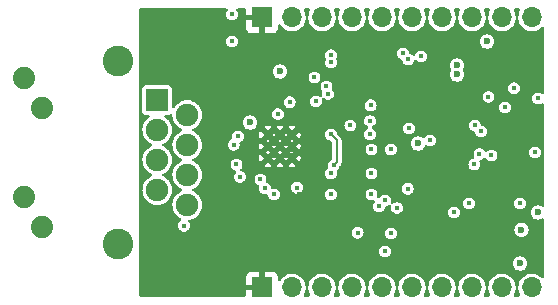
<source format=gbr>
%TF.GenerationSoftware,KiCad,Pcbnew,8.0.2-8.0.2-0~ubuntu22.04.1*%
%TF.CreationDate,2024-05-07T00:28:05+09:00*%
%TF.ProjectId,CANgatewayE,43414e67-6174-4657-9761-79452e6b6963,rev?*%
%TF.SameCoordinates,Original*%
%TF.FileFunction,Copper,L2,Inr*%
%TF.FilePolarity,Positive*%
%FSLAX46Y46*%
G04 Gerber Fmt 4.6, Leading zero omitted, Abs format (unit mm)*
G04 Created by KiCad (PCBNEW 8.0.2-8.0.2-0~ubuntu22.04.1) date 2024-05-07 00:28:05*
%MOMM*%
%LPD*%
G01*
G04 APERTURE LIST*
%TA.AperFunction,ComponentPad*%
%ADD10C,1.890000*%
%TD*%
%TA.AperFunction,ComponentPad*%
%ADD11R,1.900000X1.900000*%
%TD*%
%TA.AperFunction,ComponentPad*%
%ADD12C,1.900000*%
%TD*%
%TA.AperFunction,ComponentPad*%
%ADD13C,2.600000*%
%TD*%
%TA.AperFunction,ComponentPad*%
%ADD14C,0.500000*%
%TD*%
%TA.AperFunction,ComponentPad*%
%ADD15R,1.700000X1.700000*%
%TD*%
%TA.AperFunction,ComponentPad*%
%ADD16O,1.700000X1.700000*%
%TD*%
%TA.AperFunction,ViaPad*%
%ADD17C,0.400000*%
%TD*%
%TA.AperFunction,ViaPad*%
%ADD18C,0.600000*%
%TD*%
%TA.AperFunction,Conductor*%
%ADD19C,0.200000*%
%TD*%
G04 APERTURE END LIST*
D10*
%TO.N,/Ethernet/LED1*%
%TO.C,J1*%
X6810000Y6375000D03*
%TO.N,Net-(J1-PadL2)*%
X5290000Y8915000D03*
%TO.N,Net-(J1-PadL3)*%
X6810000Y16485000D03*
%TO.N,/Ethernet/LED2*%
X5290000Y19025000D03*
D11*
%TO.N,Net-(J1-TD+)*%
X16530000Y17145000D03*
D12*
%TO.N,Net-(J1-TD-)*%
X19070000Y15875000D03*
%TO.N,Net-(J1-RD+)*%
X16530000Y14605000D03*
%TO.N,Net-(J1-RCT)*%
X19070000Y13335000D03*
X16530000Y12065000D03*
%TO.N,Net-(J1-RD-)*%
X19070000Y10795000D03*
%TO.N,unconnected-(J1-NC-PadR7)*%
X16530000Y9525000D03*
%TO.N,Net-(JP1-A)*%
X19070000Y8255000D03*
D13*
X13240000Y20475000D03*
X13240000Y4925000D03*
%TD*%
D14*
%TO.N,GND*%
%TO.C,U2*%
X25916000Y12208000D03*
X26916000Y12208000D03*
X27916000Y12208000D03*
X25916000Y13208000D03*
X26916000Y13208000D03*
X27916000Y13208000D03*
X25916000Y14208000D03*
X26916000Y14208000D03*
X27916000Y14208000D03*
%TD*%
D15*
%TO.N,GND*%
%TO.C,J3*%
X25400000Y1270000D03*
D16*
%TO.N,unconnected-(J3-Pin_2-Pad2)*%
X27940000Y1270000D03*
%TO.N,unconnected-(J3-Pin_3-Pad3)*%
X30480000Y1270000D03*
%TO.N,unconnected-(J3-Pin_4-Pad4)*%
X33020000Y1270000D03*
%TO.N,/Connector/VCP_TX*%
X35560000Y1270000D03*
%TO.N,/Connector/VCP_RX*%
X38100000Y1270000D03*
%TO.N,/CAN2_RD*%
X40640000Y1270000D03*
%TO.N,/CAN2_TD*%
X43180000Y1270000D03*
%TO.N,/CAN/CAN2_L*%
X45720000Y1270000D03*
%TO.N,/CAN/CAN2_H*%
X48260000Y1270000D03*
%TD*%
D15*
%TO.N,GND*%
%TO.C,J4*%
X25400000Y24130000D03*
D16*
%TO.N,/Connector/VIN*%
X27940000Y24130000D03*
%TO.N,+3.3V*%
X30480000Y24130000D03*
%TO.N,/NRST*%
X33020000Y24130000D03*
%TO.N,/SWDIO*%
X35560000Y24130000D03*
%TO.N,/SWCLK*%
X38100000Y24130000D03*
%TO.N,/CAN1_RD*%
X40640000Y24130000D03*
%TO.N,/CAN1_TD*%
X43180000Y24130000D03*
%TO.N,/CAN/CAN1_L*%
X45720000Y24130000D03*
%TO.N,/CAN/CAN1_H*%
X48260000Y24130000D03*
%TD*%
D17*
%TO.N,+5V*%
X47244000Y8382000D03*
%TO.N,GND*%
X39370000Y16002000D03*
X39370000Y16510000D03*
%TO.N,Net-(U1-PH0)*%
X37742001Y9635300D03*
%TO.N,GND*%
X27559000Y5495902D03*
X22860000Y7112000D03*
D18*
X33274000Y21336000D03*
D17*
X40386000Y6604000D03*
X20320000Y2540000D03*
D18*
X19812000Y6096000D03*
D17*
X42672000Y10922000D03*
X22860000Y762000D03*
X38354000Y8509000D03*
X27247771Y8035886D03*
D18*
X21844000Y16256000D03*
D17*
X24384000Y4826000D03*
X33638779Y8126708D03*
D18*
X30226000Y20320000D03*
X40386000Y8128000D03*
X33274000Y20574000D03*
X38354000Y17018000D03*
X27940000Y20828000D03*
D17*
X16002000Y2540000D03*
D18*
X32512000Y4572000D03*
X44958000Y9144000D03*
D17*
X22860000Y2540000D03*
D18*
X46482000Y9144000D03*
D17*
X20320000Y762000D03*
X16002000Y762000D03*
X37084000Y14224000D03*
D18*
X19177000Y5080000D03*
X23114000Y20828000D03*
D17*
X31750000Y5588000D03*
D18*
X24885276Y7130000D03*
D17*
X36957000Y10414000D03*
X30353000Y5715000D03*
X42926000Y10160000D03*
D18*
X32512000Y21336000D03*
X23368000Y16256000D03*
X21844000Y21082000D03*
X44450000Y6096000D03*
X39370000Y3048000D03*
D17*
X28575000Y16764000D03*
D18*
X25654000Y3810000D03*
D17*
X46228000Y9906000D03*
D18*
X30480000Y4572000D03*
X39116000Y17018000D03*
D17*
X47498000Y12954000D03*
X37592000Y12164000D03*
X28575000Y9144000D03*
X33532020Y13518387D03*
D18*
X24765000Y20574000D03*
D17*
X23114000Y4826000D03*
%TO.N,Net-(U1-PH1)*%
X36830000Y8001000D03*
%TO.N,Net-(C4-Pad1)*%
X29845000Y19050000D03*
D18*
%TO.N,+3.3V*%
X26924000Y19558000D03*
D17*
X38862000Y20828000D03*
X29972000Y17018000D03*
X34598408Y16691408D03*
X35814000Y4318000D03*
X33494257Y5914827D03*
D18*
X41910000Y19304000D03*
D17*
X34671000Y10922000D03*
D18*
X41910000Y20066000D03*
D17*
X34671000Y9144000D03*
D18*
X44450000Y22098000D03*
D17*
X41656000Y7620000D03*
D18*
X48768000Y7620000D03*
D17*
X37846000Y14732000D03*
X34671000Y12954000D03*
X34544000Y15367000D03*
X34544000Y14224000D03*
X28383103Y9714103D03*
D18*
%TO.N,Net-(J1-RCT)*%
X24384000Y15240000D03*
D17*
X25273000Y10414000D03*
%TO.N,Net-(J1-TD-)*%
X23368000Y14058000D03*
%TO.N,/Ethernet/LED2*%
X25654000Y9652000D03*
X18796000Y6505000D03*
%TO.N,Net-(J1-RD+)*%
X23531054Y10631946D03*
%TO.N,/Ethernet/LED1*%
X26416000Y9144000D03*
%TO.N,Net-(J1-TD+)*%
X22996098Y13349697D03*
%TO.N,Net-(J1-RD-)*%
X23241000Y11682000D03*
D18*
%TO.N,/MCU/BOOT0*%
X38608000Y13462000D03*
D17*
%TO.N,/RMII_MDIO*%
X32891000Y14986000D03*
%TO.N,/RMII_RXD0*%
X31240000Y10922000D03*
%TO.N,/RMII_RXD1*%
X31240000Y9144000D03*
%TO.N,/RMII_CRS_DV*%
X31240000Y14224000D03*
X31466001Y11634381D03*
%TO.N,/RMII_REF_CLK*%
X35806000Y8636000D03*
%TO.N,Net-(R19-Pad1)*%
X46736001Y18150855D03*
D18*
%TO.N,Net-(R20-Pad2)*%
X47244000Y3302000D03*
%TO.N,/CAN/CAN2_L*%
X47371000Y6161000D03*
D17*
%TO.N,/CAN/CAN1_L*%
X43434000Y14986000D03*
%TO.N,/RMII_TX_EN*%
X26741646Y15952396D03*
%TO.N,/RMII_MDC*%
X35306000Y8128000D03*
%TO.N,/CAN2_TD*%
X39624000Y13716000D03*
X43815000Y12573000D03*
%TO.N,/MCU/PB14*%
X22860000Y22098000D03*
X31242000Y20320000D03*
%TO.N,/RMII_TXD0*%
X30988000Y17653000D03*
%TO.N,/MCU/PB15*%
X22860000Y24384000D03*
X31242000Y20920003D03*
%TO.N,/CAN1_TD*%
X37785000Y20587000D03*
%TO.N,/CAN2_RD*%
X43376000Y11684000D03*
%TO.N,/CAN1_RD*%
X37338000Y21082000D03*
%TO.N,/RMII_TXD1*%
X30861000Y18288000D03*
%TO.N,+5V*%
X45974000Y16510000D03*
%TO.N,Net-(C5-Pad1)*%
X42926000Y8382000D03*
%TO.N,/NRST*%
X36322000Y5842000D03*
X27746625Y16957375D03*
X36310000Y12954000D03*
%TO.N,Net-(JP2-B)*%
X48768000Y17272000D03*
%TO.N,Net-(JP3-B)*%
X44577000Y17399000D03*
X43942000Y14478000D03*
%TO.N,Net-(JP4-B)*%
X44831000Y12446000D03*
%TO.N,Net-(JP5-B)*%
X48514000Y12700000D03*
%TD*%
D19*
%TO.N,/RMII_CRS_DV*%
X31750000Y13718000D02*
X31750000Y11918380D01*
X31244000Y14224000D02*
X31750000Y13718000D01*
X31240000Y14224000D02*
X31244000Y14224000D01*
X31750000Y11918380D02*
X31466001Y11634381D01*
%TD*%
%TA.AperFunction,Conductor*%
%TO.N,GND*%
G36*
X22439944Y24879815D02*
G01*
X22485699Y24827011D01*
X22495643Y24757853D01*
X22466618Y24694297D01*
X22434623Y24657373D01*
X22434622Y24657372D01*
X22374834Y24526457D01*
X22354353Y24384000D01*
X22374834Y24241544D01*
X22426143Y24129196D01*
X22434623Y24110627D01*
X22528872Y24001857D01*
X22649947Y23924047D01*
X22649950Y23924046D01*
X22649949Y23924046D01*
X22788036Y23883501D01*
X22788038Y23883500D01*
X22788039Y23883500D01*
X22931962Y23883500D01*
X22931962Y23883501D01*
X23070053Y23924047D01*
X23191128Y24001857D01*
X23285377Y24110627D01*
X23345165Y24241543D01*
X23365647Y24384000D01*
X23345165Y24526457D01*
X23285377Y24657373D01*
X23253381Y24694299D01*
X23224357Y24757853D01*
X23234301Y24827011D01*
X23280056Y24879815D01*
X23347095Y24899500D01*
X23926000Y24899500D01*
X23993039Y24879815D01*
X24038794Y24827011D01*
X24050000Y24775500D01*
X24050000Y24380000D01*
X24966988Y24380000D01*
X24934075Y24322993D01*
X24900000Y24195826D01*
X24900000Y24064174D01*
X24934075Y23937007D01*
X24966988Y23880000D01*
X24050000Y23880000D01*
X24050000Y23232156D01*
X24056401Y23172628D01*
X24056403Y23172621D01*
X24106645Y23037914D01*
X24106649Y23037907D01*
X24192809Y22922813D01*
X24192812Y22922810D01*
X24307906Y22836650D01*
X24307913Y22836646D01*
X24442620Y22786404D01*
X24442627Y22786402D01*
X24502155Y22780001D01*
X24502172Y22780000D01*
X25150000Y22780000D01*
X25150000Y23696988D01*
X25207007Y23664075D01*
X25334174Y23630000D01*
X25465826Y23630000D01*
X25592993Y23664075D01*
X25650000Y23696988D01*
X25650000Y22780000D01*
X26297828Y22780000D01*
X26297844Y22780001D01*
X26357372Y22786402D01*
X26357379Y22786404D01*
X26492086Y22836646D01*
X26492093Y22836650D01*
X26607187Y22922810D01*
X26607190Y22922813D01*
X26693350Y23037907D01*
X26693354Y23037914D01*
X26743596Y23172621D01*
X26743598Y23172628D01*
X26749999Y23232156D01*
X26750000Y23232173D01*
X26750000Y23426732D01*
X26769685Y23493771D01*
X26822489Y23539526D01*
X26891647Y23549470D01*
X26955203Y23520445D01*
X26972950Y23501463D01*
X27086128Y23351593D01*
X27243698Y23207948D01*
X27424981Y23095702D01*
X27623802Y23018679D01*
X27833390Y22979500D01*
X27833392Y22979500D01*
X28046608Y22979500D01*
X28046610Y22979500D01*
X28256198Y23018679D01*
X28455019Y23095702D01*
X28636302Y23207948D01*
X28793872Y23351593D01*
X28922366Y23521745D01*
X28936171Y23549470D01*
X29017403Y23712606D01*
X29017403Y23712607D01*
X29017405Y23712611D01*
X29075756Y23917690D01*
X29086529Y24033953D01*
X29112315Y24098889D01*
X29156869Y24130806D01*
X29120497Y24151669D01*
X29088307Y24213682D01*
X29086529Y24226049D01*
X29085093Y24241544D01*
X29075756Y24342310D01*
X29017405Y24547389D01*
X29017403Y24547394D01*
X29017403Y24547395D01*
X28931342Y24720229D01*
X28919081Y24789014D01*
X28945954Y24853509D01*
X29003430Y24893236D01*
X29042342Y24899500D01*
X29377658Y24899500D01*
X29444697Y24879815D01*
X29490452Y24827011D01*
X29500396Y24757853D01*
X29488658Y24720229D01*
X29402596Y24547395D01*
X29402596Y24547393D01*
X29344244Y24342311D01*
X29333471Y24226049D01*
X29307685Y24161112D01*
X29263130Y24129196D01*
X29299503Y24108332D01*
X29331693Y24046319D01*
X29333470Y24033953D01*
X29344244Y23917690D01*
X29397675Y23729901D01*
X29402596Y23712608D01*
X29402596Y23712606D01*
X29497632Y23521747D01*
X29512953Y23501459D01*
X29626128Y23351593D01*
X29783698Y23207948D01*
X29964981Y23095702D01*
X30163802Y23018679D01*
X30373390Y22979500D01*
X30373392Y22979500D01*
X30586608Y22979500D01*
X30586610Y22979500D01*
X30796198Y23018679D01*
X30995019Y23095702D01*
X31176302Y23207948D01*
X31333872Y23351593D01*
X31462366Y23521745D01*
X31476171Y23549470D01*
X31557403Y23712606D01*
X31557403Y23712607D01*
X31557405Y23712611D01*
X31615756Y23917690D01*
X31626529Y24033953D01*
X31652315Y24098889D01*
X31696869Y24130806D01*
X31660497Y24151669D01*
X31628307Y24213682D01*
X31626529Y24226049D01*
X31625093Y24241544D01*
X31615756Y24342310D01*
X31557405Y24547389D01*
X31557403Y24547394D01*
X31557403Y24547395D01*
X31471342Y24720229D01*
X31459081Y24789014D01*
X31485954Y24853509D01*
X31543430Y24893236D01*
X31582342Y24899500D01*
X31917658Y24899500D01*
X31984697Y24879815D01*
X32030452Y24827011D01*
X32040396Y24757853D01*
X32028658Y24720229D01*
X31942596Y24547395D01*
X31942596Y24547393D01*
X31884244Y24342311D01*
X31873471Y24226049D01*
X31847685Y24161112D01*
X31803130Y24129196D01*
X31839503Y24108332D01*
X31871693Y24046319D01*
X31873470Y24033953D01*
X31884244Y23917690D01*
X31937675Y23729901D01*
X31942596Y23712608D01*
X31942596Y23712606D01*
X32037632Y23521747D01*
X32052953Y23501459D01*
X32166128Y23351593D01*
X32323698Y23207948D01*
X32504981Y23095702D01*
X32703802Y23018679D01*
X32913390Y22979500D01*
X32913392Y22979500D01*
X33126608Y22979500D01*
X33126610Y22979500D01*
X33336198Y23018679D01*
X33535019Y23095702D01*
X33716302Y23207948D01*
X33873872Y23351593D01*
X34002366Y23521745D01*
X34016171Y23549470D01*
X34097403Y23712606D01*
X34097403Y23712607D01*
X34097405Y23712611D01*
X34155756Y23917690D01*
X34166529Y24033953D01*
X34192315Y24098889D01*
X34236869Y24130806D01*
X34200497Y24151669D01*
X34168307Y24213682D01*
X34166529Y24226049D01*
X34165093Y24241544D01*
X34155756Y24342310D01*
X34097405Y24547389D01*
X34097403Y24547394D01*
X34097403Y24547395D01*
X34011342Y24720229D01*
X33999081Y24789014D01*
X34025954Y24853509D01*
X34083430Y24893236D01*
X34122342Y24899500D01*
X34457658Y24899500D01*
X34524697Y24879815D01*
X34570452Y24827011D01*
X34580396Y24757853D01*
X34568658Y24720229D01*
X34482596Y24547395D01*
X34482596Y24547393D01*
X34424244Y24342311D01*
X34413471Y24226049D01*
X34387685Y24161112D01*
X34343130Y24129196D01*
X34379503Y24108332D01*
X34411693Y24046319D01*
X34413470Y24033953D01*
X34424244Y23917690D01*
X34477675Y23729901D01*
X34482596Y23712608D01*
X34482596Y23712606D01*
X34577632Y23521747D01*
X34592953Y23501459D01*
X34706128Y23351593D01*
X34863698Y23207948D01*
X35044981Y23095702D01*
X35243802Y23018679D01*
X35453390Y22979500D01*
X35453392Y22979500D01*
X35666608Y22979500D01*
X35666610Y22979500D01*
X35876198Y23018679D01*
X36075019Y23095702D01*
X36256302Y23207948D01*
X36413872Y23351593D01*
X36542366Y23521745D01*
X36556171Y23549470D01*
X36637403Y23712606D01*
X36637403Y23712607D01*
X36637405Y23712611D01*
X36695756Y23917690D01*
X36706529Y24033953D01*
X36732315Y24098889D01*
X36776869Y24130806D01*
X36740497Y24151669D01*
X36708307Y24213682D01*
X36706529Y24226049D01*
X36705093Y24241544D01*
X36695756Y24342310D01*
X36637405Y24547389D01*
X36637403Y24547394D01*
X36637403Y24547395D01*
X36551342Y24720229D01*
X36539081Y24789014D01*
X36565954Y24853509D01*
X36623430Y24893236D01*
X36662342Y24899500D01*
X36997658Y24899500D01*
X37064697Y24879815D01*
X37110452Y24827011D01*
X37120396Y24757853D01*
X37108658Y24720229D01*
X37022596Y24547395D01*
X37022596Y24547393D01*
X36964244Y24342311D01*
X36953471Y24226049D01*
X36927685Y24161112D01*
X36883130Y24129196D01*
X36919503Y24108332D01*
X36951693Y24046319D01*
X36953470Y24033953D01*
X36964244Y23917690D01*
X37017675Y23729901D01*
X37022596Y23712608D01*
X37022596Y23712606D01*
X37117632Y23521747D01*
X37132953Y23501459D01*
X37246128Y23351593D01*
X37403698Y23207948D01*
X37584981Y23095702D01*
X37783802Y23018679D01*
X37993390Y22979500D01*
X37993392Y22979500D01*
X38206608Y22979500D01*
X38206610Y22979500D01*
X38416198Y23018679D01*
X38615019Y23095702D01*
X38796302Y23207948D01*
X38953872Y23351593D01*
X39082366Y23521745D01*
X39096171Y23549470D01*
X39177403Y23712606D01*
X39177403Y23712607D01*
X39177405Y23712611D01*
X39235756Y23917690D01*
X39246529Y24033953D01*
X39272315Y24098889D01*
X39316869Y24130806D01*
X39280497Y24151669D01*
X39248307Y24213682D01*
X39246529Y24226049D01*
X39245093Y24241544D01*
X39235756Y24342310D01*
X39177405Y24547389D01*
X39177403Y24547394D01*
X39177403Y24547395D01*
X39091342Y24720229D01*
X39079081Y24789014D01*
X39105954Y24853509D01*
X39163430Y24893236D01*
X39202342Y24899500D01*
X39537658Y24899500D01*
X39604697Y24879815D01*
X39650452Y24827011D01*
X39660396Y24757853D01*
X39648658Y24720229D01*
X39562596Y24547395D01*
X39562596Y24547393D01*
X39504244Y24342311D01*
X39493471Y24226049D01*
X39467685Y24161112D01*
X39423130Y24129196D01*
X39459503Y24108332D01*
X39491693Y24046319D01*
X39493470Y24033953D01*
X39504244Y23917690D01*
X39557675Y23729901D01*
X39562596Y23712608D01*
X39562596Y23712606D01*
X39657632Y23521747D01*
X39672953Y23501459D01*
X39786128Y23351593D01*
X39943698Y23207948D01*
X40124981Y23095702D01*
X40323802Y23018679D01*
X40533390Y22979500D01*
X40533392Y22979500D01*
X40746608Y22979500D01*
X40746610Y22979500D01*
X40956198Y23018679D01*
X41155019Y23095702D01*
X41336302Y23207948D01*
X41493872Y23351593D01*
X41622366Y23521745D01*
X41636171Y23549470D01*
X41717403Y23712606D01*
X41717403Y23712607D01*
X41717405Y23712611D01*
X41775756Y23917690D01*
X41786529Y24033953D01*
X41812315Y24098889D01*
X41856869Y24130806D01*
X41820497Y24151669D01*
X41788307Y24213682D01*
X41786529Y24226049D01*
X41785093Y24241544D01*
X41775756Y24342310D01*
X41717405Y24547389D01*
X41717403Y24547394D01*
X41717403Y24547395D01*
X41631342Y24720229D01*
X41619081Y24789014D01*
X41645954Y24853509D01*
X41703430Y24893236D01*
X41742342Y24899500D01*
X42077658Y24899500D01*
X42144697Y24879815D01*
X42190452Y24827011D01*
X42200396Y24757853D01*
X42188658Y24720229D01*
X42102596Y24547395D01*
X42102596Y24547393D01*
X42044244Y24342311D01*
X42033471Y24226049D01*
X42007685Y24161112D01*
X41963130Y24129196D01*
X41999503Y24108332D01*
X42031693Y24046319D01*
X42033470Y24033953D01*
X42044244Y23917690D01*
X42097675Y23729901D01*
X42102596Y23712608D01*
X42102596Y23712606D01*
X42197632Y23521747D01*
X42212953Y23501459D01*
X42326128Y23351593D01*
X42483698Y23207948D01*
X42664981Y23095702D01*
X42863802Y23018679D01*
X43073390Y22979500D01*
X43073392Y22979500D01*
X43286608Y22979500D01*
X43286610Y22979500D01*
X43496198Y23018679D01*
X43695019Y23095702D01*
X43876302Y23207948D01*
X44033872Y23351593D01*
X44162366Y23521745D01*
X44176171Y23549470D01*
X44257403Y23712606D01*
X44257403Y23712607D01*
X44257405Y23712611D01*
X44315756Y23917690D01*
X44326529Y24033953D01*
X44352315Y24098889D01*
X44396869Y24130806D01*
X44360497Y24151669D01*
X44328307Y24213682D01*
X44326529Y24226049D01*
X44325093Y24241544D01*
X44315756Y24342310D01*
X44257405Y24547389D01*
X44257403Y24547394D01*
X44257403Y24547395D01*
X44171342Y24720229D01*
X44159081Y24789014D01*
X44185954Y24853509D01*
X44243430Y24893236D01*
X44282342Y24899500D01*
X44617658Y24899500D01*
X44684697Y24879815D01*
X44730452Y24827011D01*
X44740396Y24757853D01*
X44728658Y24720229D01*
X44642596Y24547395D01*
X44642596Y24547393D01*
X44584244Y24342311D01*
X44573471Y24226049D01*
X44547685Y24161112D01*
X44503130Y24129196D01*
X44539503Y24108332D01*
X44571693Y24046319D01*
X44573470Y24033953D01*
X44584244Y23917690D01*
X44637675Y23729901D01*
X44642596Y23712608D01*
X44642596Y23712606D01*
X44737632Y23521747D01*
X44752953Y23501459D01*
X44866128Y23351593D01*
X45023698Y23207948D01*
X45204981Y23095702D01*
X45403802Y23018679D01*
X45613390Y22979500D01*
X45613392Y22979500D01*
X45826608Y22979500D01*
X45826610Y22979500D01*
X46036198Y23018679D01*
X46235019Y23095702D01*
X46416302Y23207948D01*
X46573872Y23351593D01*
X46702366Y23521745D01*
X46716171Y23549470D01*
X46797403Y23712606D01*
X46797403Y23712607D01*
X46797405Y23712611D01*
X46855756Y23917690D01*
X46866529Y24033953D01*
X46892315Y24098889D01*
X46936869Y24130806D01*
X46900497Y24151669D01*
X46868307Y24213682D01*
X46866529Y24226049D01*
X46865093Y24241544D01*
X46855756Y24342310D01*
X46797405Y24547389D01*
X46797403Y24547394D01*
X46797403Y24547395D01*
X46711342Y24720229D01*
X46699081Y24789014D01*
X46725954Y24853509D01*
X46783430Y24893236D01*
X46822342Y24899500D01*
X47157658Y24899500D01*
X47224697Y24879815D01*
X47270452Y24827011D01*
X47280396Y24757853D01*
X47268658Y24720229D01*
X47182596Y24547395D01*
X47182596Y24547393D01*
X47124244Y24342311D01*
X47113471Y24226049D01*
X47087685Y24161112D01*
X47043130Y24129196D01*
X47079503Y24108332D01*
X47111693Y24046319D01*
X47113470Y24033953D01*
X47124244Y23917690D01*
X47177675Y23729901D01*
X47182596Y23712608D01*
X47182596Y23712606D01*
X47277632Y23521747D01*
X47292953Y23501459D01*
X47406128Y23351593D01*
X47563698Y23207948D01*
X47744981Y23095702D01*
X47943802Y23018679D01*
X48153390Y22979500D01*
X48153392Y22979500D01*
X48366608Y22979500D01*
X48366610Y22979500D01*
X48576198Y23018679D01*
X48775019Y23095702D01*
X48956302Y23207948D01*
X49075962Y23317034D01*
X49138765Y23347650D01*
X49208153Y23339453D01*
X49262093Y23295043D01*
X49283461Y23228521D01*
X49283500Y23225396D01*
X49283500Y17762744D01*
X49263815Y17695705D01*
X49211011Y17649950D01*
X49141853Y17640006D01*
X49092461Y17658428D01*
X49034456Y17695705D01*
X48978053Y17731953D01*
X48978051Y17731954D01*
X48978049Y17731955D01*
X48978050Y17731955D01*
X48839963Y17772500D01*
X48839961Y17772500D01*
X48696039Y17772500D01*
X48696036Y17772500D01*
X48557949Y17731955D01*
X48436873Y17654144D01*
X48342623Y17545374D01*
X48342622Y17545372D01*
X48282834Y17414457D01*
X48262353Y17272000D01*
X48282834Y17129544D01*
X48337201Y17010500D01*
X48342623Y16998627D01*
X48436872Y16889857D01*
X48557947Y16812047D01*
X48557950Y16812046D01*
X48557949Y16812046D01*
X48696036Y16771501D01*
X48696038Y16771500D01*
X48696039Y16771500D01*
X48839962Y16771500D01*
X48839962Y16771501D01*
X48978050Y16812046D01*
X48978051Y16812046D01*
X48982522Y16814919D01*
X49092460Y16885573D01*
X49159500Y16905257D01*
X49226539Y16885573D01*
X49272294Y16832769D01*
X49283500Y16781257D01*
X49283500Y8232805D01*
X49263815Y8165766D01*
X49211011Y8120011D01*
X49141853Y8110067D01*
X49084016Y8134427D01*
X49070841Y8144536D01*
X48924762Y8205044D01*
X48924760Y8205045D01*
X48768001Y8225682D01*
X48767999Y8225682D01*
X48611239Y8205045D01*
X48611237Y8205044D01*
X48465160Y8144537D01*
X48339718Y8048282D01*
X48243463Y7922840D01*
X48182956Y7776763D01*
X48182955Y7776761D01*
X48162318Y7620002D01*
X48162318Y7619999D01*
X48182955Y7463240D01*
X48182956Y7463238D01*
X48189218Y7448119D01*
X48243464Y7317159D01*
X48339718Y7191718D01*
X48465159Y7095464D01*
X48611238Y7034956D01*
X48683292Y7025470D01*
X48767999Y7014318D01*
X48768000Y7014318D01*
X48768001Y7014318D01*
X48852708Y7025470D01*
X48924762Y7034956D01*
X49070841Y7095464D01*
X49084013Y7105571D01*
X49149182Y7130766D01*
X49217627Y7116728D01*
X49267617Y7067915D01*
X49283500Y7007196D01*
X49283500Y2174605D01*
X49263815Y2107566D01*
X49211011Y2061811D01*
X49141853Y2051867D01*
X49078297Y2080892D01*
X49075962Y2082968D01*
X48956303Y2192051D01*
X48956302Y2192052D01*
X48775019Y2304298D01*
X48775017Y2304299D01*
X48625829Y2362094D01*
X48576198Y2381321D01*
X48366610Y2420500D01*
X48153390Y2420500D01*
X47943802Y2381321D01*
X47943799Y2381321D01*
X47943799Y2381320D01*
X47744982Y2304299D01*
X47744980Y2304298D01*
X47563699Y2192053D01*
X47406127Y2048407D01*
X47277632Y1878254D01*
X47182596Y1687395D01*
X47182596Y1687393D01*
X47124244Y1482311D01*
X47113471Y1366049D01*
X47087685Y1301112D01*
X47043130Y1269196D01*
X47079503Y1248332D01*
X47111693Y1186319D01*
X47113470Y1173953D01*
X47124244Y1057690D01*
X47177675Y869901D01*
X47182596Y852608D01*
X47182596Y852606D01*
X47268658Y679771D01*
X47280919Y610986D01*
X47254046Y546491D01*
X47196570Y506764D01*
X47157658Y500500D01*
X46822342Y500500D01*
X46755303Y520185D01*
X46709548Y572989D01*
X46699604Y642147D01*
X46711342Y679771D01*
X46797403Y852606D01*
X46797403Y852607D01*
X46797405Y852611D01*
X46855756Y1057690D01*
X46866529Y1173953D01*
X46892315Y1238889D01*
X46936869Y1270806D01*
X46900497Y1291669D01*
X46868307Y1353682D01*
X46866529Y1366049D01*
X46865849Y1373387D01*
X46855756Y1482310D01*
X46797405Y1687389D01*
X46797403Y1687394D01*
X46797403Y1687395D01*
X46702367Y1878254D01*
X46573872Y2048407D01*
X46538238Y2080892D01*
X46416302Y2192052D01*
X46235019Y2304298D01*
X46235017Y2304299D01*
X46085829Y2362094D01*
X46036198Y2381321D01*
X45826610Y2420500D01*
X45613390Y2420500D01*
X45403802Y2381321D01*
X45403799Y2381321D01*
X45403799Y2381320D01*
X45204982Y2304299D01*
X45204980Y2304298D01*
X45023699Y2192053D01*
X44866127Y2048407D01*
X44737632Y1878254D01*
X44642596Y1687395D01*
X44642596Y1687393D01*
X44584244Y1482311D01*
X44573471Y1366049D01*
X44547685Y1301112D01*
X44503130Y1269196D01*
X44539503Y1248332D01*
X44571693Y1186319D01*
X44573470Y1173953D01*
X44584244Y1057690D01*
X44637675Y869901D01*
X44642596Y852608D01*
X44642596Y852606D01*
X44728658Y679771D01*
X44740919Y610986D01*
X44714046Y546491D01*
X44656570Y506764D01*
X44617658Y500500D01*
X44282342Y500500D01*
X44215303Y520185D01*
X44169548Y572989D01*
X44159604Y642147D01*
X44171342Y679771D01*
X44257403Y852606D01*
X44257403Y852607D01*
X44257405Y852611D01*
X44315756Y1057690D01*
X44326529Y1173953D01*
X44352315Y1238889D01*
X44396869Y1270806D01*
X44360497Y1291669D01*
X44328307Y1353682D01*
X44326529Y1366049D01*
X44325849Y1373387D01*
X44315756Y1482310D01*
X44257405Y1687389D01*
X44257403Y1687394D01*
X44257403Y1687395D01*
X44162367Y1878254D01*
X44033872Y2048407D01*
X43998238Y2080892D01*
X43876302Y2192052D01*
X43695019Y2304298D01*
X43695017Y2304299D01*
X43545829Y2362094D01*
X43496198Y2381321D01*
X43286610Y2420500D01*
X43073390Y2420500D01*
X42863802Y2381321D01*
X42863799Y2381321D01*
X42863799Y2381320D01*
X42664982Y2304299D01*
X42664980Y2304298D01*
X42483699Y2192053D01*
X42326127Y2048407D01*
X42197632Y1878254D01*
X42102596Y1687395D01*
X42102596Y1687393D01*
X42044244Y1482311D01*
X42033471Y1366049D01*
X42007685Y1301112D01*
X41963130Y1269196D01*
X41999503Y1248332D01*
X42031693Y1186319D01*
X42033470Y1173953D01*
X42044244Y1057690D01*
X42097675Y869901D01*
X42102596Y852608D01*
X42102596Y852606D01*
X42188658Y679771D01*
X42200919Y610986D01*
X42174046Y546491D01*
X42116570Y506764D01*
X42077658Y500500D01*
X41742342Y500500D01*
X41675303Y520185D01*
X41629548Y572989D01*
X41619604Y642147D01*
X41631342Y679771D01*
X41717403Y852606D01*
X41717403Y852607D01*
X41717405Y852611D01*
X41775756Y1057690D01*
X41786529Y1173953D01*
X41812315Y1238889D01*
X41856869Y1270806D01*
X41820497Y1291669D01*
X41788307Y1353682D01*
X41786529Y1366049D01*
X41785849Y1373387D01*
X41775756Y1482310D01*
X41717405Y1687389D01*
X41717403Y1687394D01*
X41717403Y1687395D01*
X41622367Y1878254D01*
X41493872Y2048407D01*
X41458238Y2080892D01*
X41336302Y2192052D01*
X41155019Y2304298D01*
X41155017Y2304299D01*
X41005829Y2362094D01*
X40956198Y2381321D01*
X40746610Y2420500D01*
X40533390Y2420500D01*
X40323802Y2381321D01*
X40323799Y2381321D01*
X40323799Y2381320D01*
X40124982Y2304299D01*
X40124980Y2304298D01*
X39943699Y2192053D01*
X39786127Y2048407D01*
X39657632Y1878254D01*
X39562596Y1687395D01*
X39562596Y1687393D01*
X39504244Y1482311D01*
X39493471Y1366049D01*
X39467685Y1301112D01*
X39423130Y1269196D01*
X39459503Y1248332D01*
X39491693Y1186319D01*
X39493470Y1173953D01*
X39504244Y1057690D01*
X39557675Y869901D01*
X39562596Y852608D01*
X39562596Y852606D01*
X39648658Y679771D01*
X39660919Y610986D01*
X39634046Y546491D01*
X39576570Y506764D01*
X39537658Y500500D01*
X39202342Y500500D01*
X39135303Y520185D01*
X39089548Y572989D01*
X39079604Y642147D01*
X39091342Y679771D01*
X39177403Y852606D01*
X39177403Y852607D01*
X39177405Y852611D01*
X39235756Y1057690D01*
X39246529Y1173953D01*
X39272315Y1238889D01*
X39316869Y1270806D01*
X39280497Y1291669D01*
X39248307Y1353682D01*
X39246529Y1366049D01*
X39245849Y1373387D01*
X39235756Y1482310D01*
X39177405Y1687389D01*
X39177403Y1687394D01*
X39177403Y1687395D01*
X39082367Y1878254D01*
X38953872Y2048407D01*
X38918238Y2080892D01*
X38796302Y2192052D01*
X38615019Y2304298D01*
X38615017Y2304299D01*
X38465829Y2362094D01*
X38416198Y2381321D01*
X38206610Y2420500D01*
X37993390Y2420500D01*
X37783802Y2381321D01*
X37783799Y2381321D01*
X37783799Y2381320D01*
X37584982Y2304299D01*
X37584980Y2304298D01*
X37403699Y2192053D01*
X37246127Y2048407D01*
X37117632Y1878254D01*
X37022596Y1687395D01*
X37022596Y1687393D01*
X36964244Y1482311D01*
X36953471Y1366049D01*
X36927685Y1301112D01*
X36883130Y1269196D01*
X36919503Y1248332D01*
X36951693Y1186319D01*
X36953470Y1173953D01*
X36964244Y1057690D01*
X37017675Y869901D01*
X37022596Y852608D01*
X37022596Y852606D01*
X37108658Y679771D01*
X37120919Y610986D01*
X37094046Y546491D01*
X37036570Y506764D01*
X36997658Y500500D01*
X36662342Y500500D01*
X36595303Y520185D01*
X36549548Y572989D01*
X36539604Y642147D01*
X36551342Y679771D01*
X36637403Y852606D01*
X36637403Y852607D01*
X36637405Y852611D01*
X36695756Y1057690D01*
X36706529Y1173953D01*
X36732315Y1238889D01*
X36776869Y1270806D01*
X36740497Y1291669D01*
X36708307Y1353682D01*
X36706529Y1366049D01*
X36705849Y1373387D01*
X36695756Y1482310D01*
X36637405Y1687389D01*
X36637403Y1687394D01*
X36637403Y1687395D01*
X36542367Y1878254D01*
X36413872Y2048407D01*
X36378238Y2080892D01*
X36256302Y2192052D01*
X36075019Y2304298D01*
X36075017Y2304299D01*
X35925829Y2362094D01*
X35876198Y2381321D01*
X35666610Y2420500D01*
X35453390Y2420500D01*
X35243802Y2381321D01*
X35243799Y2381321D01*
X35243799Y2381320D01*
X35044982Y2304299D01*
X35044980Y2304298D01*
X34863699Y2192053D01*
X34706127Y2048407D01*
X34577632Y1878254D01*
X34482596Y1687395D01*
X34482596Y1687393D01*
X34424244Y1482311D01*
X34413471Y1366049D01*
X34387685Y1301112D01*
X34343130Y1269196D01*
X34379503Y1248332D01*
X34411693Y1186319D01*
X34413470Y1173953D01*
X34424244Y1057690D01*
X34477675Y869901D01*
X34482596Y852608D01*
X34482596Y852606D01*
X34568658Y679771D01*
X34580919Y610986D01*
X34554046Y546491D01*
X34496570Y506764D01*
X34457658Y500500D01*
X34122342Y500500D01*
X34055303Y520185D01*
X34009548Y572989D01*
X33999604Y642147D01*
X34011342Y679771D01*
X34097403Y852606D01*
X34097403Y852607D01*
X34097405Y852611D01*
X34155756Y1057690D01*
X34166529Y1173953D01*
X34192315Y1238889D01*
X34236869Y1270806D01*
X34200497Y1291669D01*
X34168307Y1353682D01*
X34166529Y1366049D01*
X34165849Y1373387D01*
X34155756Y1482310D01*
X34097405Y1687389D01*
X34097403Y1687394D01*
X34097403Y1687395D01*
X34002367Y1878254D01*
X33873872Y2048407D01*
X33838238Y2080892D01*
X33716302Y2192052D01*
X33535019Y2304298D01*
X33535017Y2304299D01*
X33385829Y2362094D01*
X33336198Y2381321D01*
X33126610Y2420500D01*
X32913390Y2420500D01*
X32703802Y2381321D01*
X32703799Y2381321D01*
X32703799Y2381320D01*
X32504982Y2304299D01*
X32504980Y2304298D01*
X32323699Y2192053D01*
X32166127Y2048407D01*
X32037632Y1878254D01*
X31942596Y1687395D01*
X31942596Y1687393D01*
X31884244Y1482311D01*
X31873471Y1366049D01*
X31847685Y1301112D01*
X31803130Y1269196D01*
X31839503Y1248332D01*
X31871693Y1186319D01*
X31873470Y1173953D01*
X31884244Y1057690D01*
X31937675Y869901D01*
X31942596Y852608D01*
X31942596Y852606D01*
X32028658Y679771D01*
X32040919Y610986D01*
X32014046Y546491D01*
X31956570Y506764D01*
X31917658Y500500D01*
X31582342Y500500D01*
X31515303Y520185D01*
X31469548Y572989D01*
X31459604Y642147D01*
X31471342Y679771D01*
X31557403Y852606D01*
X31557403Y852607D01*
X31557405Y852611D01*
X31615756Y1057690D01*
X31626529Y1173953D01*
X31652315Y1238889D01*
X31696869Y1270806D01*
X31660497Y1291669D01*
X31628307Y1353682D01*
X31626529Y1366049D01*
X31625849Y1373387D01*
X31615756Y1482310D01*
X31557405Y1687389D01*
X31557403Y1687394D01*
X31557403Y1687395D01*
X31462367Y1878254D01*
X31333872Y2048407D01*
X31298238Y2080892D01*
X31176302Y2192052D01*
X30995019Y2304298D01*
X30995017Y2304299D01*
X30845829Y2362094D01*
X30796198Y2381321D01*
X30586610Y2420500D01*
X30373390Y2420500D01*
X30163802Y2381321D01*
X30163799Y2381321D01*
X30163799Y2381320D01*
X29964982Y2304299D01*
X29964980Y2304298D01*
X29783699Y2192053D01*
X29626127Y2048407D01*
X29497632Y1878254D01*
X29402596Y1687395D01*
X29402596Y1687393D01*
X29344244Y1482311D01*
X29333471Y1366049D01*
X29307685Y1301112D01*
X29263130Y1269196D01*
X29299503Y1248332D01*
X29331693Y1186319D01*
X29333470Y1173953D01*
X29344244Y1057690D01*
X29397675Y869901D01*
X29402596Y852608D01*
X29402596Y852606D01*
X29488658Y679771D01*
X29500919Y610986D01*
X29474046Y546491D01*
X29416570Y506764D01*
X29377658Y500500D01*
X29042342Y500500D01*
X28975303Y520185D01*
X28929548Y572989D01*
X28919604Y642147D01*
X28931342Y679771D01*
X29017403Y852606D01*
X29017403Y852607D01*
X29017405Y852611D01*
X29075756Y1057690D01*
X29086529Y1173953D01*
X29112315Y1238889D01*
X29156869Y1270806D01*
X29120497Y1291669D01*
X29088307Y1353682D01*
X29086529Y1366049D01*
X29085849Y1373387D01*
X29075756Y1482310D01*
X29017405Y1687389D01*
X29017403Y1687394D01*
X29017403Y1687395D01*
X28922367Y1878254D01*
X28793872Y2048407D01*
X28758238Y2080892D01*
X28636302Y2192052D01*
X28455019Y2304298D01*
X28455017Y2304299D01*
X28305829Y2362094D01*
X28256198Y2381321D01*
X28046610Y2420500D01*
X27833390Y2420500D01*
X27623802Y2381321D01*
X27623799Y2381321D01*
X27623799Y2381320D01*
X27424982Y2304299D01*
X27424980Y2304298D01*
X27243699Y2192053D01*
X27086127Y2048407D01*
X26972954Y1898542D01*
X26916845Y1856906D01*
X26847133Y1852215D01*
X26785951Y1885957D01*
X26752724Y1947421D01*
X26750000Y1973269D01*
X26750000Y2167828D01*
X26749999Y2167845D01*
X26743598Y2227373D01*
X26743596Y2227380D01*
X26693354Y2362087D01*
X26693350Y2362094D01*
X26607190Y2477188D01*
X26607187Y2477191D01*
X26492093Y2563351D01*
X26492086Y2563355D01*
X26357379Y2613597D01*
X26357372Y2613599D01*
X26297844Y2620000D01*
X25650000Y2620000D01*
X25650000Y1703012D01*
X25592993Y1735925D01*
X25465826Y1770000D01*
X25334174Y1770000D01*
X25207007Y1735925D01*
X25150000Y1703012D01*
X25150000Y2620000D01*
X24502155Y2620000D01*
X24442627Y2613599D01*
X24442620Y2613597D01*
X24307913Y2563355D01*
X24307906Y2563351D01*
X24192812Y2477191D01*
X24192809Y2477188D01*
X24106649Y2362094D01*
X24106645Y2362087D01*
X24056403Y2227380D01*
X24056401Y2227373D01*
X24050000Y2167845D01*
X24050000Y1520000D01*
X24966988Y1520000D01*
X24934075Y1462993D01*
X24900000Y1335826D01*
X24900000Y1204174D01*
X24934075Y1077007D01*
X24966988Y1020000D01*
X24050000Y1020000D01*
X24050000Y624500D01*
X24030315Y557461D01*
X23977511Y511706D01*
X23926000Y500500D01*
X15110000Y500500D01*
X15042961Y520185D01*
X14997206Y572989D01*
X14986000Y624500D01*
X14986000Y3302002D01*
X46638318Y3302002D01*
X46638318Y3301999D01*
X46658955Y3145240D01*
X46658956Y3145238D01*
X46719464Y2999159D01*
X46815718Y2873718D01*
X46941159Y2777464D01*
X47087238Y2716956D01*
X47165619Y2706637D01*
X47243999Y2696318D01*
X47244000Y2696318D01*
X47244001Y2696318D01*
X47296254Y2703198D01*
X47400762Y2716956D01*
X47546841Y2777464D01*
X47672282Y2873718D01*
X47768536Y2999159D01*
X47829044Y3145238D01*
X47849682Y3302000D01*
X47847371Y3319551D01*
X47829044Y3458761D01*
X47829044Y3458762D01*
X47768536Y3604841D01*
X47672282Y3730282D01*
X47546841Y3826536D01*
X47400762Y3887044D01*
X47400760Y3887045D01*
X47244001Y3907682D01*
X47243999Y3907682D01*
X47087239Y3887045D01*
X47087237Y3887044D01*
X46941160Y3826537D01*
X46815718Y3730282D01*
X46719463Y3604840D01*
X46658956Y3458763D01*
X46658955Y3458761D01*
X46638318Y3302002D01*
X14986000Y3302002D01*
X14986000Y4318000D01*
X35308353Y4318000D01*
X35328834Y4175544D01*
X35388622Y4044629D01*
X35388623Y4044627D01*
X35482872Y3935857D01*
X35603947Y3858047D01*
X35603950Y3858046D01*
X35603949Y3858046D01*
X35742036Y3817501D01*
X35742038Y3817500D01*
X35742039Y3817500D01*
X35885962Y3817500D01*
X35885962Y3817501D01*
X36024053Y3858047D01*
X36145128Y3935857D01*
X36239377Y4044627D01*
X36299165Y4175543D01*
X36319647Y4318000D01*
X36299165Y4460457D01*
X36239377Y4591373D01*
X36145128Y4700143D01*
X36024053Y4777953D01*
X36024051Y4777954D01*
X36024049Y4777955D01*
X36024050Y4777955D01*
X35885963Y4818500D01*
X35885961Y4818500D01*
X35742039Y4818500D01*
X35742036Y4818500D01*
X35603949Y4777955D01*
X35482873Y4700144D01*
X35388623Y4591374D01*
X35388622Y4591372D01*
X35328834Y4460457D01*
X35308353Y4318000D01*
X14986000Y4318000D01*
X14986000Y5914827D01*
X32988610Y5914827D01*
X33009091Y5772371D01*
X33042351Y5699544D01*
X33068880Y5641454D01*
X33163129Y5532684D01*
X33284204Y5454874D01*
X33284207Y5454873D01*
X33284206Y5454873D01*
X33422293Y5414328D01*
X33422295Y5414327D01*
X33422296Y5414327D01*
X33566219Y5414327D01*
X33566219Y5414328D01*
X33704310Y5454874D01*
X33825385Y5532684D01*
X33919634Y5641454D01*
X33979422Y5772370D01*
X33989433Y5842000D01*
X35816353Y5842000D01*
X35836834Y5699544D01*
X35893275Y5575957D01*
X35896623Y5568627D01*
X35990872Y5459857D01*
X36111947Y5382047D01*
X36111950Y5382046D01*
X36111949Y5382046D01*
X36250036Y5341501D01*
X36250038Y5341500D01*
X36250039Y5341500D01*
X36393962Y5341500D01*
X36393962Y5341501D01*
X36532053Y5382047D01*
X36653128Y5459857D01*
X36747377Y5568627D01*
X36807165Y5699543D01*
X36827647Y5842000D01*
X36807165Y5984457D01*
X36747377Y6115373D01*
X36707840Y6161002D01*
X46765318Y6161002D01*
X46765318Y6160999D01*
X46785955Y6004240D01*
X46785956Y6004238D01*
X46846464Y5858159D01*
X46942718Y5732718D01*
X47068159Y5636464D01*
X47214238Y5575956D01*
X47269908Y5568627D01*
X47370999Y5555318D01*
X47371000Y5555318D01*
X47371001Y5555318D01*
X47423254Y5562198D01*
X47527762Y5575956D01*
X47673841Y5636464D01*
X47799282Y5732718D01*
X47895536Y5858159D01*
X47956044Y6004238D01*
X47976682Y6161000D01*
X47956044Y6317762D01*
X47895536Y6463841D01*
X47799282Y6589282D01*
X47673841Y6685536D01*
X47527762Y6746044D01*
X47527760Y6746045D01*
X47371001Y6766682D01*
X47370999Y6766682D01*
X47214239Y6746045D01*
X47214237Y6746044D01*
X47068160Y6685537D01*
X46942718Y6589282D01*
X46846463Y6463840D01*
X46785956Y6317763D01*
X46785955Y6317761D01*
X46765318Y6161002D01*
X36707840Y6161002D01*
X36653128Y6224143D01*
X36532053Y6301953D01*
X36532051Y6301954D01*
X36532049Y6301955D01*
X36532050Y6301955D01*
X36393963Y6342500D01*
X36393961Y6342500D01*
X36250039Y6342500D01*
X36250036Y6342500D01*
X36111949Y6301955D01*
X35990873Y6224144D01*
X35896623Y6115374D01*
X35896622Y6115372D01*
X35836834Y5984457D01*
X35816353Y5842000D01*
X33989433Y5842000D01*
X33999904Y5914827D01*
X33979422Y6057284D01*
X33919634Y6188200D01*
X33825385Y6296970D01*
X33704310Y6374780D01*
X33704308Y6374781D01*
X33704306Y6374782D01*
X33704307Y6374782D01*
X33566220Y6415327D01*
X33566218Y6415327D01*
X33422296Y6415327D01*
X33422293Y6415327D01*
X33284206Y6374782D01*
X33163130Y6296971D01*
X33068880Y6188201D01*
X33068879Y6188199D01*
X33009091Y6057284D01*
X32988610Y5914827D01*
X14986000Y5914827D01*
X14986000Y14605000D01*
X15274723Y14605000D01*
X15287528Y14458629D01*
X15293793Y14387025D01*
X15293793Y14387021D01*
X15350422Y14175678D01*
X15350424Y14175674D01*
X15350425Y14175670D01*
X15394317Y14081544D01*
X15442897Y13977362D01*
X15453206Y13962639D01*
X15568402Y13798123D01*
X15723123Y13643402D01*
X15852265Y13552976D01*
X15902361Y13517898D01*
X16053583Y13447382D01*
X16106022Y13401210D01*
X16125174Y13334016D01*
X16104958Y13267135D01*
X16053583Y13222618D01*
X15902361Y13152102D01*
X15902357Y13152100D01*
X15723121Y13026598D01*
X15568402Y12871879D01*
X15442900Y12692643D01*
X15442898Y12692639D01*
X15350426Y12494332D01*
X15350422Y12494323D01*
X15293793Y12282980D01*
X15293793Y12282976D01*
X15274723Y12065003D01*
X15274723Y12064998D01*
X15276011Y12050277D01*
X15290795Y11881286D01*
X15293793Y11847025D01*
X15293793Y11847021D01*
X15350422Y11635678D01*
X15350424Y11635674D01*
X15350425Y11635670D01*
X15370500Y11592619D01*
X15442897Y11437362D01*
X15453206Y11422639D01*
X15568402Y11258123D01*
X15723123Y11103402D01*
X15852265Y11012976D01*
X15902361Y10977898D01*
X16053583Y10907382D01*
X16106022Y10861210D01*
X16125174Y10794016D01*
X16104958Y10727135D01*
X16053583Y10682618D01*
X15902361Y10612102D01*
X15902357Y10612100D01*
X15723121Y10486598D01*
X15568402Y10331879D01*
X15442900Y10152643D01*
X15442898Y10152639D01*
X15350426Y9954332D01*
X15350422Y9954323D01*
X15293793Y9742980D01*
X15293793Y9742976D01*
X15284187Y9633172D01*
X15274723Y9525000D01*
X15288989Y9361929D01*
X15293793Y9307025D01*
X15293793Y9307021D01*
X15350422Y9095678D01*
X15350424Y9095674D01*
X15350425Y9095670D01*
X15394317Y9001544D01*
X15442897Y8897362D01*
X15453206Y8882639D01*
X15568402Y8718123D01*
X15723123Y8563402D01*
X15902361Y8437898D01*
X16100670Y8345425D01*
X16312023Y8288793D01*
X16494926Y8272792D01*
X16529998Y8269723D01*
X16530000Y8269723D01*
X16530002Y8269723D01*
X16558254Y8272195D01*
X16747977Y8288793D01*
X16959330Y8345425D01*
X17157639Y8437898D01*
X17336877Y8563402D01*
X17491598Y8718123D01*
X17617102Y8897361D01*
X17709575Y9095670D01*
X17766207Y9307023D01*
X17785277Y9525000D01*
X17766207Y9742977D01*
X17709575Y9954330D01*
X17617102Y10152638D01*
X17617100Y10152641D01*
X17617099Y10152643D01*
X17491599Y10331876D01*
X17457797Y10365678D01*
X17336877Y10486598D01*
X17157639Y10612102D01*
X17006414Y10682619D01*
X16953977Y10728790D01*
X16934825Y10795984D01*
X16955041Y10862865D01*
X17006414Y10907382D01*
X17157639Y10977898D01*
X17336877Y11103402D01*
X17491598Y11258123D01*
X17617102Y11437361D01*
X17709575Y11635670D01*
X17766207Y11847023D01*
X17783989Y12050277D01*
X17785277Y12064998D01*
X17785277Y12065003D01*
X17780183Y12123224D01*
X17766207Y12282977D01*
X17709575Y12494330D01*
X17617102Y12692638D01*
X17617100Y12692641D01*
X17617099Y12692643D01*
X17491599Y12871876D01*
X17416975Y12946500D01*
X17336877Y13026598D01*
X17157639Y13152102D01*
X17006414Y13222619D01*
X16953977Y13268790D01*
X16934825Y13335984D01*
X16955041Y13402865D01*
X17006414Y13447382D01*
X17157639Y13517898D01*
X17336877Y13643402D01*
X17491598Y13798123D01*
X17617102Y13977361D01*
X17709575Y14175670D01*
X17766207Y14387023D01*
X17785277Y14605000D01*
X17766207Y14822977D01*
X17709575Y15034330D01*
X17617102Y15232638D01*
X17617100Y15232641D01*
X17617099Y15232643D01*
X17491599Y15411876D01*
X17416975Y15486500D01*
X17336877Y15566598D01*
X17190736Y15668928D01*
X17147112Y15723504D01*
X17139920Y15793002D01*
X17171442Y15855357D01*
X17231672Y15890770D01*
X17261859Y15894501D01*
X17524864Y15894501D01*
X17524879Y15894503D01*
X17524882Y15894503D01*
X17549987Y15897414D01*
X17549987Y15897415D01*
X17549991Y15897415D01*
X17644479Y15939136D01*
X17713753Y15948207D01*
X17776938Y15918384D01*
X17813970Y15859135D01*
X17818090Y15836508D01*
X17833793Y15657025D01*
X17833793Y15657021D01*
X17890422Y15445678D01*
X17890424Y15445674D01*
X17890425Y15445670D01*
X17936661Y15346516D01*
X17982897Y15247362D01*
X17993206Y15232639D01*
X18108402Y15068123D01*
X18263123Y14913402D01*
X18408343Y14811718D01*
X18442361Y14787898D01*
X18593583Y14717382D01*
X18646022Y14671210D01*
X18665174Y14604016D01*
X18644958Y14537135D01*
X18593583Y14492618D01*
X18442361Y14422102D01*
X18442357Y14422100D01*
X18263121Y14296598D01*
X18108402Y14141879D01*
X17982900Y13962643D01*
X17982898Y13962639D01*
X17918995Y13825598D01*
X17894329Y13772701D01*
X17890426Y13764332D01*
X17890422Y13764323D01*
X17833793Y13552980D01*
X17833793Y13552976D01*
X17814723Y13335003D01*
X17814723Y13334998D01*
X17818150Y13295832D01*
X17833250Y13123224D01*
X17833793Y13117025D01*
X17833793Y13117021D01*
X17890422Y12905678D01*
X17890424Y12905674D01*
X17890425Y12905670D01*
X17926577Y12828141D01*
X17982897Y12707362D01*
X17993206Y12692639D01*
X18108402Y12528123D01*
X18263123Y12373402D01*
X18407036Y12272633D01*
X18442361Y12247898D01*
X18593583Y12177382D01*
X18646022Y12131210D01*
X18665174Y12064016D01*
X18644958Y11997135D01*
X18593583Y11952618D01*
X18442361Y11882102D01*
X18442357Y11882100D01*
X18263121Y11756598D01*
X18108402Y11601879D01*
X17982900Y11422643D01*
X17982898Y11422639D01*
X17890426Y11224332D01*
X17890422Y11224323D01*
X17833793Y11012980D01*
X17833793Y11012977D01*
X17814723Y10795000D01*
X17827528Y10648629D01*
X17833793Y10577025D01*
X17833793Y10577021D01*
X17890422Y10365678D01*
X17890424Y10365674D01*
X17890425Y10365670D01*
X17934317Y10271544D01*
X17982897Y10167362D01*
X17993206Y10152639D01*
X18108402Y9988123D01*
X18263123Y9833402D01*
X18433499Y9714103D01*
X18442361Y9707898D01*
X18593583Y9637382D01*
X18646022Y9591210D01*
X18665174Y9524016D01*
X18644958Y9457135D01*
X18593583Y9412618D01*
X18442361Y9342102D01*
X18442357Y9342100D01*
X18263121Y9216598D01*
X18108402Y9061879D01*
X17982900Y8882643D01*
X17982898Y8882639D01*
X17890426Y8684332D01*
X17890422Y8684323D01*
X17833793Y8472980D01*
X17833793Y8472976D01*
X17817680Y8288794D01*
X17814723Y8255000D01*
X17827528Y8108629D01*
X17833793Y8037025D01*
X17833793Y8037021D01*
X17890422Y7825678D01*
X17890424Y7825674D01*
X17890425Y7825670D01*
X17936142Y7727629D01*
X17982897Y7627362D01*
X18007998Y7591514D01*
X18108402Y7448123D01*
X18263123Y7293402D01*
X18442361Y7167898D01*
X18459198Y7160047D01*
X18504687Y7138835D01*
X18557127Y7092663D01*
X18576279Y7025470D01*
X18556064Y6958588D01*
X18519324Y6922138D01*
X18464873Y6887144D01*
X18370623Y6778374D01*
X18370622Y6778372D01*
X18310834Y6647457D01*
X18290353Y6505000D01*
X18310834Y6362544D01*
X18370622Y6231629D01*
X18370623Y6231627D01*
X18464872Y6122857D01*
X18585947Y6045047D01*
X18585950Y6045046D01*
X18585949Y6045046D01*
X18724036Y6004501D01*
X18724038Y6004500D01*
X18724039Y6004500D01*
X18867962Y6004500D01*
X18867962Y6004501D01*
X19006053Y6045047D01*
X19127128Y6122857D01*
X19221377Y6231627D01*
X19281165Y6362543D01*
X19301647Y6505000D01*
X19281165Y6647457D01*
X19221377Y6778373D01*
X19221375Y6778375D01*
X19221374Y6778378D01*
X19191482Y6812875D01*
X19162457Y6876431D01*
X19172401Y6945589D01*
X19218156Y6998393D01*
X19274386Y7017604D01*
X19287977Y7018793D01*
X19499330Y7075425D01*
X19697639Y7167898D01*
X19876877Y7293402D01*
X20031598Y7448123D01*
X20157102Y7627361D01*
X20249575Y7825670D01*
X20306207Y8037023D01*
X20325277Y8255000D01*
X20322320Y8288794D01*
X20317366Y8345427D01*
X20306207Y8472977D01*
X20249575Y8684330D01*
X20157102Y8882638D01*
X20157100Y8882641D01*
X20157099Y8882643D01*
X20031599Y9061876D01*
X19956975Y9136500D01*
X19876877Y9216598D01*
X19697639Y9342102D01*
X19546414Y9412619D01*
X19493977Y9458790D01*
X19474825Y9525984D01*
X19495041Y9592865D01*
X19546414Y9637382D01*
X19697639Y9707898D01*
X19876877Y9833402D01*
X20031598Y9988123D01*
X20157102Y10167361D01*
X20249575Y10365670D01*
X20306207Y10577023D01*
X20325277Y10795000D01*
X20306207Y11012977D01*
X20249575Y11224330D01*
X20157102Y11422638D01*
X20157100Y11422641D01*
X20157099Y11422643D01*
X20031599Y11601876D01*
X19961008Y11672467D01*
X19951475Y11682000D01*
X22735353Y11682000D01*
X22755834Y11539544D01*
X22777581Y11491926D01*
X22815623Y11408627D01*
X22909872Y11299857D01*
X23030947Y11222047D01*
X23030950Y11222046D01*
X23030949Y11222046D01*
X23124168Y11194675D01*
X23182946Y11156902D01*
X23211972Y11093346D01*
X23202029Y11024187D01*
X23182948Y10994496D01*
X23105677Y10905319D01*
X23105676Y10905318D01*
X23045888Y10774403D01*
X23025407Y10631946D01*
X23045888Y10489490D01*
X23076938Y10421501D01*
X23105677Y10358573D01*
X23199926Y10249803D01*
X23321001Y10171993D01*
X23321004Y10171992D01*
X23321003Y10171992D01*
X23427818Y10140629D01*
X23444264Y10135800D01*
X23459090Y10131447D01*
X23459092Y10131446D01*
X23459093Y10131446D01*
X23603016Y10131446D01*
X23603016Y10131447D01*
X23741107Y10171993D01*
X23862182Y10249803D01*
X23956431Y10358573D01*
X23981744Y10414000D01*
X24767353Y10414000D01*
X24787834Y10271544D01*
X24797763Y10249803D01*
X24847623Y10140627D01*
X24941872Y10031857D01*
X25062947Y9954047D01*
X25062950Y9954046D01*
X25062948Y9954046D01*
X25084592Y9947691D01*
X25143370Y9909918D01*
X25172396Y9846362D01*
X25169321Y9803347D01*
X25170097Y9803235D01*
X25148353Y9652000D01*
X25168834Y9509544D01*
X25228622Y9378629D01*
X25228623Y9378627D01*
X25322872Y9269857D01*
X25443947Y9192047D01*
X25443950Y9192046D01*
X25443949Y9192046D01*
X25582036Y9151501D01*
X25582038Y9151500D01*
X25582039Y9151500D01*
X25725961Y9151500D01*
X25764541Y9162828D01*
X25834411Y9162828D01*
X25893189Y9125054D01*
X25922214Y9061499D01*
X25930834Y9001544D01*
X25975989Y8902670D01*
X25990623Y8870627D01*
X26084872Y8761857D01*
X26205947Y8684047D01*
X26205950Y8684046D01*
X26205949Y8684046D01*
X26344036Y8643501D01*
X26344038Y8643500D01*
X26344039Y8643500D01*
X26487962Y8643500D01*
X26487962Y8643501D01*
X26626053Y8684047D01*
X26747128Y8761857D01*
X26841377Y8870627D01*
X26901165Y9001543D01*
X26921647Y9144000D01*
X30734353Y9144000D01*
X30754834Y9001544D01*
X30799989Y8902670D01*
X30814623Y8870627D01*
X30908872Y8761857D01*
X31029947Y8684047D01*
X31029950Y8684046D01*
X31029949Y8684046D01*
X31168036Y8643501D01*
X31168038Y8643500D01*
X31168039Y8643500D01*
X31311962Y8643500D01*
X31311962Y8643501D01*
X31450053Y8684047D01*
X31571128Y8761857D01*
X31665377Y8870627D01*
X31725165Y9001543D01*
X31745647Y9144000D01*
X34165353Y9144000D01*
X34185834Y9001544D01*
X34230989Y8902670D01*
X34245623Y8870627D01*
X34339872Y8761857D01*
X34460947Y8684047D01*
X34460950Y8684046D01*
X34460949Y8684046D01*
X34599036Y8643501D01*
X34599038Y8643500D01*
X34599039Y8643500D01*
X34742961Y8643500D01*
X34803801Y8661364D01*
X34873671Y8661364D01*
X34932449Y8623590D01*
X34961474Y8560034D01*
X34951530Y8490876D01*
X34932449Y8461185D01*
X34880625Y8401378D01*
X34880622Y8401372D01*
X34820834Y8270457D01*
X34800353Y8128000D01*
X34820834Y7985544D01*
X34868350Y7881501D01*
X34880623Y7854627D01*
X34974872Y7745857D01*
X35095947Y7668047D01*
X35095950Y7668046D01*
X35095949Y7668046D01*
X35234036Y7627501D01*
X35234038Y7627500D01*
X35234039Y7627500D01*
X35377962Y7627500D01*
X35377962Y7627501D01*
X35516053Y7668047D01*
X35637128Y7745857D01*
X35731377Y7854627D01*
X35791165Y7985543D01*
X35798509Y8036622D01*
X35827534Y8100178D01*
X35886312Y8137952D01*
X35886313Y8137952D01*
X36016050Y8176046D01*
X36016050Y8176047D01*
X36016053Y8176047D01*
X36137128Y8253857D01*
X36137136Y8253867D01*
X36141267Y8257445D01*
X36204821Y8286473D01*
X36273980Y8276533D01*
X36326787Y8230781D01*
X36346475Y8163743D01*
X36345213Y8146090D01*
X36324352Y8001001D01*
X36344834Y7858544D01*
X36404622Y7727629D01*
X36404623Y7727627D01*
X36498872Y7618857D01*
X36619947Y7541047D01*
X36619950Y7541046D01*
X36619949Y7541046D01*
X36758036Y7500501D01*
X36758038Y7500500D01*
X36758039Y7500500D01*
X36901962Y7500500D01*
X36901962Y7500501D01*
X37040053Y7541047D01*
X37161128Y7618857D01*
X37162118Y7620000D01*
X41150353Y7620000D01*
X41170834Y7477544D01*
X41230622Y7346629D01*
X41230623Y7346627D01*
X41324872Y7237857D01*
X41445947Y7160047D01*
X41445950Y7160046D01*
X41445949Y7160046D01*
X41584036Y7119501D01*
X41584038Y7119500D01*
X41584039Y7119500D01*
X41727962Y7119500D01*
X41727962Y7119501D01*
X41866053Y7160047D01*
X41987128Y7237857D01*
X42081377Y7346627D01*
X42141165Y7477543D01*
X42161647Y7620000D01*
X42141165Y7762457D01*
X42081377Y7893373D01*
X41987128Y8002143D01*
X41866053Y8079953D01*
X41866051Y8079954D01*
X41866049Y8079955D01*
X41866050Y8079955D01*
X41727963Y8120500D01*
X41727961Y8120500D01*
X41584039Y8120500D01*
X41584036Y8120500D01*
X41445949Y8079955D01*
X41324873Y8002144D01*
X41324872Y8002144D01*
X41324872Y8002143D01*
X41323882Y8001000D01*
X41230623Y7893374D01*
X41230622Y7893372D01*
X41170834Y7762457D01*
X41150353Y7620000D01*
X37162118Y7620000D01*
X37255377Y7727627D01*
X37315165Y7858543D01*
X37335647Y8001000D01*
X37315165Y8143457D01*
X37255377Y8274373D01*
X37162118Y8382000D01*
X42420353Y8382000D01*
X42440834Y8239544D01*
X42495201Y8120500D01*
X42500623Y8108627D01*
X42594872Y7999857D01*
X42715947Y7922047D01*
X42715950Y7922046D01*
X42715949Y7922046D01*
X42854036Y7881501D01*
X42854038Y7881500D01*
X42854039Y7881500D01*
X42997962Y7881500D01*
X42997962Y7881501D01*
X43136053Y7922047D01*
X43257128Y7999857D01*
X43351377Y8108627D01*
X43411165Y8239543D01*
X43431647Y8382000D01*
X46738353Y8382000D01*
X46758834Y8239544D01*
X46813201Y8120500D01*
X46818623Y8108627D01*
X46912872Y7999857D01*
X47033947Y7922047D01*
X47033950Y7922046D01*
X47033949Y7922046D01*
X47172036Y7881501D01*
X47172038Y7881500D01*
X47172039Y7881500D01*
X47315962Y7881500D01*
X47315962Y7881501D01*
X47454053Y7922047D01*
X47575128Y7999857D01*
X47669377Y8108627D01*
X47729165Y8239543D01*
X47749647Y8382000D01*
X47729165Y8524457D01*
X47669377Y8655373D01*
X47575128Y8764143D01*
X47454053Y8841953D01*
X47454051Y8841954D01*
X47454049Y8841955D01*
X47454050Y8841955D01*
X47315963Y8882500D01*
X47315961Y8882500D01*
X47172039Y8882500D01*
X47172036Y8882500D01*
X47033949Y8841955D01*
X46912873Y8764144D01*
X46818623Y8655374D01*
X46818622Y8655372D01*
X46758834Y8524457D01*
X46738353Y8382000D01*
X43431647Y8382000D01*
X43411165Y8524457D01*
X43351377Y8655373D01*
X43257128Y8764143D01*
X43136053Y8841953D01*
X43136051Y8841954D01*
X43136049Y8841955D01*
X43136050Y8841955D01*
X42997963Y8882500D01*
X42997961Y8882500D01*
X42854039Y8882500D01*
X42854036Y8882500D01*
X42715949Y8841955D01*
X42594873Y8764144D01*
X42500623Y8655374D01*
X42500622Y8655372D01*
X42440834Y8524457D01*
X42420353Y8382000D01*
X37162118Y8382000D01*
X37161128Y8383143D01*
X37040053Y8460953D01*
X37040051Y8460954D01*
X37040049Y8460955D01*
X37040050Y8460955D01*
X36901963Y8501500D01*
X36901961Y8501500D01*
X36758039Y8501500D01*
X36758036Y8501500D01*
X36619949Y8460955D01*
X36498872Y8383144D01*
X36494723Y8379548D01*
X36431166Y8350526D01*
X36362008Y8360473D01*
X36309206Y8406230D01*
X36289524Y8473271D01*
X36290786Y8490912D01*
X36291163Y8493541D01*
X36291165Y8493543D01*
X36311647Y8636000D01*
X36291165Y8778457D01*
X36231377Y8909373D01*
X36137128Y9018143D01*
X36016053Y9095953D01*
X36016051Y9095954D01*
X36016049Y9095955D01*
X36016050Y9095955D01*
X35877963Y9136500D01*
X35877961Y9136500D01*
X35734039Y9136500D01*
X35734036Y9136500D01*
X35595949Y9095955D01*
X35474873Y9018144D01*
X35474872Y9018144D01*
X35474872Y9018143D01*
X35411087Y8944530D01*
X35374815Y8902670D01*
X35373072Y8904180D01*
X35329771Y8866662D01*
X35260612Y8856722D01*
X35197058Y8885750D01*
X35159286Y8944530D01*
X35155527Y8997106D01*
X35156165Y9001544D01*
X35176647Y9144000D01*
X35156165Y9286457D01*
X35096377Y9417373D01*
X35002128Y9526143D01*
X34881053Y9603953D01*
X34881051Y9603954D01*
X34881049Y9603955D01*
X34881050Y9603955D01*
X34774296Y9635300D01*
X37236354Y9635300D01*
X37256835Y9492844D01*
X37280635Y9440730D01*
X37316624Y9361927D01*
X37410873Y9253157D01*
X37531948Y9175347D01*
X37531951Y9175346D01*
X37531950Y9175346D01*
X37613161Y9151501D01*
X37664250Y9136500D01*
X37670037Y9134801D01*
X37670039Y9134800D01*
X37670040Y9134800D01*
X37813963Y9134800D01*
X37813963Y9134801D01*
X37952054Y9175347D01*
X38073129Y9253157D01*
X38167378Y9361927D01*
X38227166Y9492843D01*
X38247648Y9635300D01*
X38227166Y9777757D01*
X38167378Y9908673D01*
X38073129Y10017443D01*
X37952054Y10095253D01*
X37952052Y10095254D01*
X37952050Y10095255D01*
X37952051Y10095255D01*
X37813964Y10135800D01*
X37813962Y10135800D01*
X37670040Y10135800D01*
X37670037Y10135800D01*
X37531950Y10095255D01*
X37410874Y10017444D01*
X37316624Y9908674D01*
X37316623Y9908672D01*
X37256835Y9777757D01*
X37236354Y9635300D01*
X34774296Y9635300D01*
X34742963Y9644500D01*
X34742961Y9644500D01*
X34599039Y9644500D01*
X34599036Y9644500D01*
X34460949Y9603955D01*
X34339873Y9526144D01*
X34245623Y9417374D01*
X34245622Y9417372D01*
X34185834Y9286457D01*
X34165353Y9144000D01*
X31745647Y9144000D01*
X31725165Y9286457D01*
X31665377Y9417373D01*
X31571128Y9526143D01*
X31450053Y9603953D01*
X31450051Y9603954D01*
X31450049Y9603955D01*
X31450050Y9603955D01*
X31311963Y9644500D01*
X31311961Y9644500D01*
X31168039Y9644500D01*
X31168036Y9644500D01*
X31029949Y9603955D01*
X30908873Y9526144D01*
X30814623Y9417374D01*
X30814622Y9417372D01*
X30754834Y9286457D01*
X30734353Y9144000D01*
X26921647Y9144000D01*
X26901165Y9286457D01*
X26841377Y9417373D01*
X26747128Y9526143D01*
X26626053Y9603953D01*
X26626051Y9603954D01*
X26626049Y9603955D01*
X26626050Y9603955D01*
X26487963Y9644500D01*
X26487961Y9644500D01*
X26344039Y9644500D01*
X26344038Y9644500D01*
X26305455Y9633172D01*
X26235585Y9633174D01*
X26176808Y9670949D01*
X26157101Y9714103D01*
X27877456Y9714103D01*
X27897937Y9571647D01*
X27949478Y9458790D01*
X27957726Y9440730D01*
X28051975Y9331960D01*
X28173050Y9254150D01*
X28173053Y9254149D01*
X28173052Y9254149D01*
X28280210Y9222686D01*
X28300945Y9216597D01*
X28311139Y9213604D01*
X28311141Y9213603D01*
X28311142Y9213603D01*
X28455065Y9213603D01*
X28455065Y9213604D01*
X28593156Y9254150D01*
X28714231Y9331960D01*
X28808480Y9440730D01*
X28868268Y9571646D01*
X28888750Y9714103D01*
X28868268Y9856560D01*
X28808480Y9987476D01*
X28714231Y10096246D01*
X28593156Y10174056D01*
X28593154Y10174057D01*
X28593152Y10174058D01*
X28593153Y10174058D01*
X28455066Y10214603D01*
X28455064Y10214603D01*
X28311142Y10214603D01*
X28311139Y10214603D01*
X28173052Y10174058D01*
X28051976Y10096247D01*
X27957726Y9987477D01*
X27957725Y9987475D01*
X27897937Y9856560D01*
X27877456Y9714103D01*
X26157101Y9714103D01*
X26147785Y9734503D01*
X26139165Y9794457D01*
X26121377Y9833407D01*
X26079377Y9925373D01*
X25985128Y10034143D01*
X25864053Y10111953D01*
X25864052Y10111954D01*
X25864051Y10111954D01*
X25842405Y10118310D01*
X25783627Y10156085D01*
X25754603Y10219641D01*
X25757680Y10262654D01*
X25756903Y10262765D01*
X25766839Y10331876D01*
X25778647Y10414000D01*
X25758165Y10556457D01*
X25698377Y10687373D01*
X25604128Y10796143D01*
X25483053Y10873953D01*
X25483051Y10873954D01*
X25483049Y10873955D01*
X25483050Y10873955D01*
X25344963Y10914500D01*
X25344961Y10914500D01*
X25201039Y10914500D01*
X25201036Y10914500D01*
X25062949Y10873955D01*
X24941873Y10796144D01*
X24847623Y10687374D01*
X24847622Y10687372D01*
X24787834Y10556457D01*
X24767353Y10414000D01*
X23981744Y10414000D01*
X24016219Y10489489D01*
X24036701Y10631946D01*
X24016219Y10774403D01*
X23956431Y10905319D01*
X23862182Y11014089D01*
X23827635Y11036291D01*
X23741105Y11091901D01*
X23647884Y11119272D01*
X23589106Y11157046D01*
X23560081Y11220602D01*
X23570025Y11289760D01*
X23589103Y11319448D01*
X23666377Y11408627D01*
X23720772Y11527734D01*
X25589285Y11527734D01*
X25748056Y11472176D01*
X25915996Y11453254D01*
X25916004Y11453254D01*
X26083943Y11472176D01*
X26242713Y11527733D01*
X26242714Y11527734D01*
X26589285Y11527734D01*
X26748056Y11472176D01*
X26915996Y11453254D01*
X26916004Y11453254D01*
X27083943Y11472176D01*
X27242713Y11527733D01*
X27242714Y11527734D01*
X27589285Y11527734D01*
X27748056Y11472176D01*
X27915996Y11453254D01*
X27916004Y11453254D01*
X28083943Y11472176D01*
X28242713Y11527733D01*
X28242714Y11527734D01*
X27916001Y11854447D01*
X27916000Y11854447D01*
X27589285Y11527734D01*
X27242714Y11527734D01*
X26916001Y11854447D01*
X26916000Y11854447D01*
X26589285Y11527734D01*
X26242714Y11527734D01*
X25916001Y11854447D01*
X25916000Y11854447D01*
X25589285Y11527734D01*
X23720772Y11527734D01*
X23726165Y11539543D01*
X23746647Y11682000D01*
X23726165Y11824457D01*
X23666377Y11955373D01*
X23572128Y12064143D01*
X23451053Y12141953D01*
X23451051Y12141954D01*
X23451049Y12141955D01*
X23451050Y12141955D01*
X23312963Y12182500D01*
X23312961Y12182500D01*
X23169039Y12182500D01*
X23169036Y12182500D01*
X23030949Y12141955D01*
X22909873Y12064144D01*
X22815623Y11955374D01*
X22815622Y11955372D01*
X22755834Y11824457D01*
X22735353Y11682000D01*
X19951475Y11682000D01*
X19876877Y11756598D01*
X19697639Y11882102D01*
X19546414Y11952619D01*
X19493977Y11998790D01*
X19474825Y12065984D01*
X19495041Y12132865D01*
X19546414Y12177382D01*
X19612084Y12208004D01*
X25161254Y12208004D01*
X25161254Y12207997D01*
X25180175Y12040062D01*
X25180176Y12040057D01*
X25235732Y11881286D01*
X25562447Y12208000D01*
X25542556Y12227891D01*
X25816000Y12227891D01*
X25816000Y12188109D01*
X25831224Y12151355D01*
X25859355Y12123224D01*
X25896109Y12108000D01*
X25935891Y12108000D01*
X25972645Y12123224D01*
X26000776Y12151355D01*
X26016000Y12188109D01*
X26016000Y12208000D01*
X26269553Y12208000D01*
X26416000Y12061553D01*
X26562447Y12208000D01*
X26542556Y12227891D01*
X26816000Y12227891D01*
X26816000Y12188109D01*
X26831224Y12151355D01*
X26859355Y12123224D01*
X26896109Y12108000D01*
X26935891Y12108000D01*
X26972645Y12123224D01*
X27000776Y12151355D01*
X27016000Y12188109D01*
X27016000Y12208000D01*
X27269553Y12208000D01*
X27416000Y12061553D01*
X27562447Y12208000D01*
X27542556Y12227891D01*
X27816000Y12227891D01*
X27816000Y12188109D01*
X27831224Y12151355D01*
X27859355Y12123224D01*
X27896109Y12108000D01*
X27935891Y12108000D01*
X27972645Y12123224D01*
X28000776Y12151355D01*
X28016000Y12188109D01*
X28016000Y12208001D01*
X28269553Y12208001D01*
X28269553Y12207999D01*
X28596266Y11881286D01*
X28596267Y11881287D01*
X28651824Y12040057D01*
X28670746Y12207997D01*
X28670746Y12208004D01*
X28651824Y12375944D01*
X28596266Y12534715D01*
X28269553Y12208001D01*
X28016000Y12208001D01*
X28016000Y12227891D01*
X28000776Y12264645D01*
X27972645Y12292776D01*
X27935891Y12308000D01*
X27896109Y12308000D01*
X27859355Y12292776D01*
X27831224Y12264645D01*
X27816000Y12227891D01*
X27542556Y12227891D01*
X27416000Y12354447D01*
X27269553Y12208000D01*
X27016000Y12208000D01*
X27016000Y12227891D01*
X27000776Y12264645D01*
X26972645Y12292776D01*
X26935891Y12308000D01*
X26896109Y12308000D01*
X26859355Y12292776D01*
X26831224Y12264645D01*
X26816000Y12227891D01*
X26542556Y12227891D01*
X26416000Y12354447D01*
X26269553Y12208000D01*
X26016000Y12208000D01*
X26016000Y12227891D01*
X26000776Y12264645D01*
X25972645Y12292776D01*
X25935891Y12308000D01*
X25896109Y12308000D01*
X25859355Y12292776D01*
X25831224Y12264645D01*
X25816000Y12227891D01*
X25542556Y12227891D01*
X25235732Y12534715D01*
X25180176Y12375947D01*
X25180175Y12375942D01*
X25161254Y12208004D01*
X19612084Y12208004D01*
X19697639Y12247898D01*
X19876877Y12373402D01*
X20031598Y12528123D01*
X20157102Y12707361D01*
X20157400Y12708000D01*
X25769553Y12708000D01*
X25916000Y12561553D01*
X26062447Y12708000D01*
X26769553Y12708000D01*
X26916000Y12561553D01*
X27062447Y12708000D01*
X27769553Y12708000D01*
X27916000Y12561553D01*
X28062447Y12708000D01*
X27916000Y12854447D01*
X27769553Y12708000D01*
X27062447Y12708000D01*
X26916000Y12854447D01*
X26769553Y12708000D01*
X26062447Y12708000D01*
X25916000Y12854447D01*
X25769553Y12708000D01*
X20157400Y12708000D01*
X20249575Y12905670D01*
X20306207Y13117023D01*
X20325277Y13335000D01*
X20323991Y13349697D01*
X22490451Y13349697D01*
X22510932Y13207241D01*
X22570720Y13076326D01*
X22570721Y13076324D01*
X22664970Y12967554D01*
X22786045Y12889744D01*
X22786048Y12889743D01*
X22786047Y12889743D01*
X22924134Y12849198D01*
X22924136Y12849197D01*
X22924137Y12849197D01*
X23068060Y12849197D01*
X23068060Y12849198D01*
X23206151Y12889744D01*
X23327226Y12967554D01*
X23421475Y13076324D01*
X23481263Y13207240D01*
X23481373Y13208004D01*
X25161254Y13208004D01*
X25161254Y13207997D01*
X25180175Y13040062D01*
X25180176Y13040057D01*
X25235732Y12881286D01*
X25562447Y13208000D01*
X25542556Y13227891D01*
X25816000Y13227891D01*
X25816000Y13188109D01*
X25831224Y13151355D01*
X25859355Y13123224D01*
X25896109Y13108000D01*
X25935891Y13108000D01*
X25972645Y13123224D01*
X26000776Y13151355D01*
X26016000Y13188109D01*
X26016000Y13208000D01*
X26269553Y13208000D01*
X26416000Y13061553D01*
X26562447Y13208000D01*
X26542556Y13227891D01*
X26816000Y13227891D01*
X26816000Y13188109D01*
X26831224Y13151355D01*
X26859355Y13123224D01*
X26896109Y13108000D01*
X26935891Y13108000D01*
X26972645Y13123224D01*
X27000776Y13151355D01*
X27016000Y13188109D01*
X27016000Y13208000D01*
X27269553Y13208000D01*
X27416000Y13061553D01*
X27562447Y13208000D01*
X27542556Y13227891D01*
X27816000Y13227891D01*
X27816000Y13188109D01*
X27831224Y13151355D01*
X27859355Y13123224D01*
X27896109Y13108000D01*
X27935891Y13108000D01*
X27972645Y13123224D01*
X28000776Y13151355D01*
X28016000Y13188109D01*
X28016000Y13208001D01*
X28269553Y13208001D01*
X28269553Y13207999D01*
X28596266Y12881286D01*
X28596267Y12881287D01*
X28651824Y13040057D01*
X28670746Y13207997D01*
X28670746Y13208004D01*
X28651824Y13375944D01*
X28596266Y13534715D01*
X28269553Y13208001D01*
X28016000Y13208001D01*
X28016000Y13227891D01*
X28000776Y13264645D01*
X27972645Y13292776D01*
X27935891Y13308000D01*
X27896109Y13308000D01*
X27859355Y13292776D01*
X27831224Y13264645D01*
X27816000Y13227891D01*
X27542556Y13227891D01*
X27416000Y13354447D01*
X27269553Y13208000D01*
X27016000Y13208000D01*
X27016000Y13227891D01*
X27000776Y13264645D01*
X26972645Y13292776D01*
X26935891Y13308000D01*
X26896109Y13308000D01*
X26859355Y13292776D01*
X26831224Y13264645D01*
X26816000Y13227891D01*
X26542556Y13227891D01*
X26416000Y13354447D01*
X26269553Y13208000D01*
X26016000Y13208000D01*
X26016000Y13227891D01*
X26000776Y13264645D01*
X25972645Y13292776D01*
X25935891Y13308000D01*
X25896109Y13308000D01*
X25859355Y13292776D01*
X25831224Y13264645D01*
X25816000Y13227891D01*
X25542556Y13227891D01*
X25235732Y13534715D01*
X25180176Y13375947D01*
X25180175Y13375942D01*
X25161254Y13208004D01*
X23481373Y13208004D01*
X23501745Y13349697D01*
X23485866Y13460138D01*
X23495810Y13529294D01*
X23541564Y13582098D01*
X23573672Y13596761D01*
X23578053Y13598047D01*
X23699128Y13675857D01*
X23726980Y13708000D01*
X25769553Y13708000D01*
X25916000Y13561553D01*
X26062447Y13708000D01*
X26769553Y13708000D01*
X26916000Y13561553D01*
X27062447Y13708000D01*
X27769553Y13708000D01*
X27916000Y13561553D01*
X28062447Y13708000D01*
X27916000Y13854447D01*
X27769553Y13708000D01*
X27062447Y13708000D01*
X26916000Y13854447D01*
X26769553Y13708000D01*
X26062447Y13708000D01*
X25916000Y13854447D01*
X25769553Y13708000D01*
X23726980Y13708000D01*
X23793377Y13784627D01*
X23853165Y13915543D01*
X23873647Y14058000D01*
X23853165Y14200457D01*
X23849718Y14208004D01*
X25161254Y14208004D01*
X25161254Y14207997D01*
X25180175Y14040062D01*
X25180176Y14040057D01*
X25235732Y13881286D01*
X25562447Y14208000D01*
X25542556Y14227891D01*
X25816000Y14227891D01*
X25816000Y14188109D01*
X25831224Y14151355D01*
X25859355Y14123224D01*
X25896109Y14108000D01*
X25935891Y14108000D01*
X25972645Y14123224D01*
X26000776Y14151355D01*
X26016000Y14188109D01*
X26016000Y14208000D01*
X26269553Y14208000D01*
X26416000Y14061553D01*
X26562447Y14208000D01*
X26542556Y14227891D01*
X26816000Y14227891D01*
X26816000Y14188109D01*
X26831224Y14151355D01*
X26859355Y14123224D01*
X26896109Y14108000D01*
X26935891Y14108000D01*
X26972645Y14123224D01*
X27000776Y14151355D01*
X27016000Y14188109D01*
X27016000Y14208000D01*
X27269553Y14208000D01*
X27416000Y14061553D01*
X27562447Y14208000D01*
X27542556Y14227891D01*
X27816000Y14227891D01*
X27816000Y14188109D01*
X27831224Y14151355D01*
X27859355Y14123224D01*
X27896109Y14108000D01*
X27935891Y14108000D01*
X27972645Y14123224D01*
X28000776Y14151355D01*
X28016000Y14188109D01*
X28016000Y14208001D01*
X28269553Y14208001D01*
X28269553Y14207999D01*
X28596266Y13881286D01*
X28596267Y13881287D01*
X28651824Y14040057D01*
X28670746Y14207997D01*
X28670746Y14208004D01*
X28668944Y14224000D01*
X30734353Y14224000D01*
X30754834Y14081544D01*
X30798223Y13986537D01*
X30814623Y13950627D01*
X30908872Y13841857D01*
X31029947Y13764047D01*
X31029950Y13764046D01*
X31029949Y13764046D01*
X31151925Y13728231D01*
X31204672Y13696935D01*
X31313181Y13588426D01*
X31346666Y13527103D01*
X31349500Y13500745D01*
X31349500Y12214629D01*
X31329815Y12147590D01*
X31277011Y12101835D01*
X31260441Y12095654D01*
X31255954Y12094337D01*
X31255946Y12094333D01*
X31134874Y12016525D01*
X31040624Y11907755D01*
X31040623Y11907753D01*
X30980835Y11776838D01*
X30960354Y11634381D01*
X30980835Y11491926D01*
X30986172Y11480240D01*
X30996113Y11411081D01*
X30967087Y11347526D01*
X30940417Y11324416D01*
X30908873Y11304144D01*
X30814623Y11195374D01*
X30814622Y11195372D01*
X30754834Y11064457D01*
X30734353Y10922000D01*
X30754834Y10779544D01*
X30814622Y10648629D01*
X30814623Y10648627D01*
X30908872Y10539857D01*
X31029947Y10462047D01*
X31029950Y10462046D01*
X31029949Y10462046D01*
X31168036Y10421501D01*
X31168038Y10421500D01*
X31168039Y10421500D01*
X31311962Y10421500D01*
X31311962Y10421501D01*
X31450053Y10462047D01*
X31571128Y10539857D01*
X31665377Y10648627D01*
X31725165Y10779543D01*
X31745647Y10922000D01*
X34165353Y10922000D01*
X34185834Y10779544D01*
X34245622Y10648629D01*
X34245623Y10648627D01*
X34339872Y10539857D01*
X34460947Y10462047D01*
X34460950Y10462046D01*
X34460949Y10462046D01*
X34599036Y10421501D01*
X34599038Y10421500D01*
X34599039Y10421500D01*
X34742962Y10421500D01*
X34742962Y10421501D01*
X34881053Y10462047D01*
X35002128Y10539857D01*
X35096377Y10648627D01*
X35156165Y10779543D01*
X35176647Y10922000D01*
X35156165Y11064457D01*
X35096377Y11195373D01*
X35002128Y11304143D01*
X34881053Y11381953D01*
X34881051Y11381954D01*
X34881049Y11381955D01*
X34881050Y11381955D01*
X34742963Y11422500D01*
X34742961Y11422500D01*
X34599039Y11422500D01*
X34599036Y11422500D01*
X34460949Y11381955D01*
X34339873Y11304144D01*
X34245623Y11195374D01*
X34245622Y11195372D01*
X34185834Y11064457D01*
X34165353Y10922000D01*
X31745647Y10922000D01*
X31725165Y11064457D01*
X31719828Y11076142D01*
X31709886Y11145298D01*
X31738911Y11208854D01*
X31765579Y11231963D01*
X31797129Y11252238D01*
X31891378Y11361008D01*
X31951166Y11491924D01*
X31955573Y11522582D01*
X31984595Y11586137D01*
X31990631Y11592619D01*
X32070477Y11672464D01*
X32070477Y11672465D01*
X32070480Y11672467D01*
X32077139Y11684000D01*
X42870353Y11684000D01*
X42890834Y11541544D01*
X42938413Y11437362D01*
X42950623Y11410627D01*
X43044872Y11301857D01*
X43165947Y11224047D01*
X43165950Y11224046D01*
X43165949Y11224046D01*
X43304036Y11183501D01*
X43304038Y11183500D01*
X43304039Y11183500D01*
X43447962Y11183500D01*
X43447962Y11183501D01*
X43555121Y11214965D01*
X43586050Y11224046D01*
X43586050Y11224047D01*
X43586053Y11224047D01*
X43707128Y11301857D01*
X43801377Y11410627D01*
X43861165Y11541543D01*
X43881647Y11684000D01*
X43861165Y11826457D01*
X43824583Y11906558D01*
X43814640Y11975715D01*
X43843665Y12039271D01*
X43902443Y12077046D01*
X43902444Y12077046D01*
X44025050Y12113046D01*
X44025050Y12113047D01*
X44025053Y12113047D01*
X44146128Y12190857D01*
X44184255Y12234859D01*
X44243030Y12272633D01*
X44312900Y12272634D01*
X44371679Y12234860D01*
X44390760Y12205170D01*
X44405621Y12172630D01*
X44405622Y12172629D01*
X44405623Y12172627D01*
X44499872Y12063857D01*
X44620947Y11986047D01*
X44620950Y11986046D01*
X44620949Y11986046D01*
X44759036Y11945501D01*
X44759038Y11945500D01*
X44759039Y11945500D01*
X44902962Y11945500D01*
X44902962Y11945501D01*
X45041053Y11986047D01*
X45162128Y12063857D01*
X45256377Y12172627D01*
X45316165Y12303543D01*
X45336647Y12446000D01*
X45316165Y12588457D01*
X45265224Y12700000D01*
X48008353Y12700000D01*
X48028834Y12557544D01*
X48086835Y12430543D01*
X48088623Y12426627D01*
X48182872Y12317857D01*
X48303947Y12240047D01*
X48303950Y12240046D01*
X48303949Y12240046D01*
X48442036Y12199501D01*
X48442038Y12199500D01*
X48442039Y12199500D01*
X48585962Y12199500D01*
X48585962Y12199501D01*
X48706377Y12234857D01*
X48724050Y12240046D01*
X48724050Y12240047D01*
X48724053Y12240047D01*
X48845128Y12317857D01*
X48939377Y12426627D01*
X48999165Y12557543D01*
X49019647Y12700000D01*
X48999165Y12842457D01*
X48939377Y12973373D01*
X48845128Y13082143D01*
X48724053Y13159953D01*
X48724051Y13159954D01*
X48724049Y13159955D01*
X48724050Y13159955D01*
X48585963Y13200500D01*
X48585961Y13200500D01*
X48442039Y13200500D01*
X48442036Y13200500D01*
X48303949Y13159955D01*
X48182873Y13082144D01*
X48088623Y12973374D01*
X48088622Y12973372D01*
X48028834Y12842457D01*
X48008353Y12700000D01*
X45265224Y12700000D01*
X45256377Y12719373D01*
X45162128Y12828143D01*
X45041053Y12905953D01*
X45041051Y12905954D01*
X45041049Y12905955D01*
X45041050Y12905955D01*
X44902963Y12946500D01*
X44902961Y12946500D01*
X44759039Y12946500D01*
X44759036Y12946500D01*
X44620949Y12905955D01*
X44499872Y12828143D01*
X44499869Y12828141D01*
X44461744Y12784142D01*
X44402966Y12746368D01*
X44333096Y12746368D01*
X44274319Y12784143D01*
X44255238Y12813833D01*
X44240377Y12846372D01*
X44240376Y12846374D01*
X44233381Y12854447D01*
X44146128Y12955143D01*
X44025053Y13032953D01*
X44025051Y13032954D01*
X44025049Y13032955D01*
X44025050Y13032955D01*
X43886963Y13073500D01*
X43886961Y13073500D01*
X43743039Y13073500D01*
X43743036Y13073500D01*
X43604949Y13032955D01*
X43483873Y12955144D01*
X43389623Y12846374D01*
X43389622Y12846372D01*
X43329834Y12715457D01*
X43309353Y12573000D01*
X43329834Y12430543D01*
X43329835Y12430542D01*
X43366415Y12350443D01*
X43376359Y12281285D01*
X43347334Y12217729D01*
X43288556Y12179955D01*
X43165949Y12143955D01*
X43044873Y12066144D01*
X42950623Y11957374D01*
X42950622Y11957372D01*
X42890834Y11826457D01*
X42870353Y11684000D01*
X32077139Y11684000D01*
X32123207Y11763792D01*
X32150500Y11865653D01*
X32150500Y11971107D01*
X32150500Y12954000D01*
X34165353Y12954000D01*
X34185834Y12811544D01*
X34240135Y12692643D01*
X34245623Y12680627D01*
X34339872Y12571857D01*
X34460947Y12494047D01*
X34460950Y12494046D01*
X34460949Y12494046D01*
X34599036Y12453501D01*
X34599038Y12453500D01*
X34599039Y12453500D01*
X34742962Y12453500D01*
X34742962Y12453501D01*
X34881053Y12494047D01*
X35002128Y12571857D01*
X35096377Y12680627D01*
X35156165Y12811543D01*
X35176647Y12954000D01*
X35804353Y12954000D01*
X35824834Y12811544D01*
X35879135Y12692643D01*
X35884623Y12680627D01*
X35978872Y12571857D01*
X36099947Y12494047D01*
X36099950Y12494046D01*
X36099949Y12494046D01*
X36238036Y12453501D01*
X36238038Y12453500D01*
X36238039Y12453500D01*
X36381962Y12453500D01*
X36381962Y12453501D01*
X36520053Y12494047D01*
X36641128Y12571857D01*
X36735377Y12680627D01*
X36795165Y12811543D01*
X36815647Y12954000D01*
X36795165Y13096457D01*
X36735377Y13227373D01*
X36641128Y13336143D01*
X36520053Y13413953D01*
X36520051Y13413954D01*
X36520049Y13413955D01*
X36520050Y13413955D01*
X36381963Y13454500D01*
X36381961Y13454500D01*
X36238039Y13454500D01*
X36238036Y13454500D01*
X36099949Y13413955D01*
X35978873Y13336144D01*
X35884623Y13227374D01*
X35884622Y13227372D01*
X35824834Y13096457D01*
X35804353Y12954000D01*
X35176647Y12954000D01*
X35156165Y13096457D01*
X35096377Y13227373D01*
X35002128Y13336143D01*
X34881053Y13413953D01*
X34881051Y13413954D01*
X34881049Y13413955D01*
X34881050Y13413955D01*
X34742963Y13454500D01*
X34742961Y13454500D01*
X34599039Y13454500D01*
X34599036Y13454500D01*
X34460949Y13413955D01*
X34339873Y13336144D01*
X34245623Y13227374D01*
X34245622Y13227372D01*
X34185834Y13096457D01*
X34165353Y12954000D01*
X32150500Y12954000D01*
X32150500Y13462002D01*
X38002318Y13462002D01*
X38002318Y13461999D01*
X38022955Y13305240D01*
X38022956Y13305238D01*
X38063234Y13207997D01*
X38083464Y13159159D01*
X38179718Y13033718D01*
X38305159Y12937464D01*
X38451238Y12876956D01*
X38489825Y12871876D01*
X38607999Y12856318D01*
X38608000Y12856318D01*
X38608001Y12856318D01*
X38660254Y12863198D01*
X38764762Y12876956D01*
X38910841Y12937464D01*
X39036282Y13033718D01*
X39132536Y13159159D01*
X39166613Y13241428D01*
X39210454Y13295832D01*
X39276748Y13317897D01*
X39344447Y13300618D01*
X39348211Y13298293D01*
X39413947Y13256047D01*
X39413948Y13256047D01*
X39413949Y13256046D01*
X39552036Y13215501D01*
X39552038Y13215500D01*
X39552039Y13215500D01*
X39695962Y13215500D01*
X39695962Y13215501D01*
X39834053Y13256047D01*
X39955128Y13333857D01*
X40049377Y13442627D01*
X40109165Y13573543D01*
X40129647Y13716000D01*
X40109165Y13858457D01*
X40049377Y13989373D01*
X39955128Y14098143D01*
X39834053Y14175953D01*
X39834051Y14175954D01*
X39834049Y14175955D01*
X39834050Y14175955D01*
X39695963Y14216500D01*
X39695961Y14216500D01*
X39552039Y14216500D01*
X39552036Y14216500D01*
X39413949Y14175955D01*
X39292873Y14098144D01*
X39198623Y13989374D01*
X39198622Y13989373D01*
X39187690Y13965435D01*
X39141933Y13912633D01*
X39074893Y13892950D01*
X39007854Y13912637D01*
X38999411Y13918574D01*
X38910842Y13986536D01*
X38764762Y14047044D01*
X38764760Y14047045D01*
X38608001Y14067682D01*
X38607999Y14067682D01*
X38451239Y14047045D01*
X38451237Y14047044D01*
X38305160Y13986537D01*
X38179718Y13890282D01*
X38083463Y13764840D01*
X38022956Y13618763D01*
X38022955Y13618761D01*
X38002318Y13462002D01*
X32150500Y13462002D01*
X32150500Y13770727D01*
X32131441Y13841857D01*
X32131441Y13841859D01*
X32123208Y13872586D01*
X32118185Y13881286D01*
X32070480Y13963913D01*
X31763958Y14270435D01*
X31730473Y14331758D01*
X31728901Y14340471D01*
X31728478Y14343409D01*
X31725165Y14366457D01*
X31665377Y14497373D01*
X31571128Y14606143D01*
X31450053Y14683953D01*
X31450051Y14683954D01*
X31450049Y14683955D01*
X31450050Y14683955D01*
X31311963Y14724500D01*
X31311961Y14724500D01*
X31168039Y14724500D01*
X31168036Y14724500D01*
X31029949Y14683955D01*
X30908873Y14606144D01*
X30814623Y14497374D01*
X30814622Y14497372D01*
X30754834Y14366457D01*
X30734353Y14224000D01*
X28668944Y14224000D01*
X28651824Y14375944D01*
X28596266Y14534715D01*
X28269553Y14208001D01*
X28016000Y14208001D01*
X28016000Y14227891D01*
X28000776Y14264645D01*
X27972645Y14292776D01*
X27935891Y14308000D01*
X27896109Y14308000D01*
X27859355Y14292776D01*
X27831224Y14264645D01*
X27816000Y14227891D01*
X27542556Y14227891D01*
X27416000Y14354447D01*
X27269553Y14208000D01*
X27016000Y14208000D01*
X27016000Y14227891D01*
X27000776Y14264645D01*
X26972645Y14292776D01*
X26935891Y14308000D01*
X26896109Y14308000D01*
X26859355Y14292776D01*
X26831224Y14264645D01*
X26816000Y14227891D01*
X26542556Y14227891D01*
X26416000Y14354447D01*
X26269553Y14208000D01*
X26016000Y14208000D01*
X26016000Y14227891D01*
X26000776Y14264645D01*
X25972645Y14292776D01*
X25935891Y14308000D01*
X25896109Y14308000D01*
X25859355Y14292776D01*
X25831224Y14264645D01*
X25816000Y14227891D01*
X25542556Y14227891D01*
X25235732Y14534715D01*
X25180176Y14375947D01*
X25180175Y14375942D01*
X25161254Y14208004D01*
X23849718Y14208004D01*
X23793377Y14331373D01*
X23699128Y14440143D01*
X23578053Y14517953D01*
X23578051Y14517954D01*
X23578049Y14517955D01*
X23578050Y14517955D01*
X23439963Y14558500D01*
X23439961Y14558500D01*
X23296039Y14558500D01*
X23296036Y14558500D01*
X23157949Y14517955D01*
X23036873Y14440144D01*
X22942623Y14331374D01*
X22942622Y14331372D01*
X22882834Y14200457D01*
X22862353Y14058000D01*
X22878231Y13947560D01*
X22868287Y13878402D01*
X22822532Y13825598D01*
X22790430Y13810938D01*
X22786050Y13809652D01*
X22786043Y13809649D01*
X22664971Y13731841D01*
X22570721Y13623071D01*
X22570720Y13623069D01*
X22510932Y13492154D01*
X22490451Y13349697D01*
X20323991Y13349697D01*
X20306207Y13552977D01*
X20271548Y13682325D01*
X20249577Y13764323D01*
X20249576Y13764324D01*
X20249575Y13764330D01*
X20157102Y13962638D01*
X20157100Y13962641D01*
X20157099Y13962643D01*
X20031599Y14141876D01*
X19956975Y14216500D01*
X19876877Y14296598D01*
X19697639Y14422102D01*
X19546414Y14492619D01*
X19493977Y14538790D01*
X19474825Y14605984D01*
X19495041Y14672865D01*
X19546414Y14717382D01*
X19697639Y14787898D01*
X19876877Y14913402D01*
X20031598Y15068123D01*
X20151949Y15240002D01*
X23778318Y15240002D01*
X23778318Y15239999D01*
X23798955Y15083240D01*
X23798956Y15083238D01*
X23848865Y14962746D01*
X23859464Y14937159D01*
X23955718Y14811718D01*
X24081159Y14715464D01*
X24227238Y14654956D01*
X24305619Y14644637D01*
X24383999Y14634318D01*
X24384000Y14634318D01*
X24384001Y14634318D01*
X24436254Y14641198D01*
X24540762Y14654956D01*
X24686841Y14715464D01*
X24812282Y14811718D01*
X24871021Y14888268D01*
X25589285Y14888268D01*
X25916000Y14561553D01*
X25916001Y14561553D01*
X26242714Y14888268D01*
X26589285Y14888268D01*
X26916000Y14561553D01*
X26916001Y14561553D01*
X27242714Y14888268D01*
X27589285Y14888268D01*
X27916000Y14561553D01*
X27916001Y14561553D01*
X28242714Y14888268D01*
X28083943Y14943824D01*
X28083938Y14943825D01*
X27916004Y14962746D01*
X27915996Y14962746D01*
X27748058Y14943825D01*
X27748053Y14943824D01*
X27589285Y14888268D01*
X27242714Y14888268D01*
X27083943Y14943824D01*
X27083938Y14943825D01*
X26916004Y14962746D01*
X26915996Y14962746D01*
X26748058Y14943825D01*
X26748053Y14943824D01*
X26589285Y14888268D01*
X26242714Y14888268D01*
X26083943Y14943824D01*
X26083938Y14943825D01*
X25916004Y14962746D01*
X25915996Y14962746D01*
X25748058Y14943825D01*
X25748053Y14943824D01*
X25589285Y14888268D01*
X24871021Y14888268D01*
X24908536Y14937159D01*
X24928767Y14986000D01*
X32385353Y14986000D01*
X32405834Y14843544D01*
X32460201Y14724500D01*
X32465623Y14712627D01*
X32559872Y14603857D01*
X32680947Y14526047D01*
X32680950Y14526046D01*
X32680949Y14526046D01*
X32819036Y14485501D01*
X32819038Y14485500D01*
X32819039Y14485500D01*
X32962962Y14485500D01*
X32962962Y14485501D01*
X33101053Y14526047D01*
X33222128Y14603857D01*
X33316377Y14712627D01*
X33376165Y14843543D01*
X33396647Y14986000D01*
X33376165Y15128457D01*
X33316377Y15259373D01*
X33223118Y15367000D01*
X34038353Y15367000D01*
X34058834Y15224544D01*
X34118622Y15093629D01*
X34118623Y15093627D01*
X34212872Y14984857D01*
X34333947Y14907047D01*
X34341407Y14902253D01*
X34340255Y14900462D01*
X34384021Y14862537D01*
X34403704Y14795497D01*
X34384018Y14728458D01*
X34340255Y14690539D01*
X34341407Y14688747D01*
X34333947Y14683954D01*
X34333947Y14683953D01*
X34289773Y14655565D01*
X34212873Y14606144D01*
X34118623Y14497374D01*
X34118622Y14497372D01*
X34058834Y14366457D01*
X34038353Y14224000D01*
X34058834Y14081544D01*
X34102223Y13986537D01*
X34118623Y13950627D01*
X34212872Y13841857D01*
X34333947Y13764047D01*
X34333950Y13764046D01*
X34333949Y13764046D01*
X34472036Y13723501D01*
X34472038Y13723500D01*
X34472039Y13723500D01*
X34615962Y13723500D01*
X34615962Y13723501D01*
X34754053Y13764047D01*
X34875128Y13841857D01*
X34969377Y13950627D01*
X35029165Y14081543D01*
X35049647Y14224000D01*
X35029165Y14366457D01*
X34969377Y14497373D01*
X34875128Y14606143D01*
X34754053Y14683953D01*
X34754052Y14683954D01*
X34746593Y14688747D01*
X34747744Y14690540D01*
X34703983Y14728455D01*
X34702942Y14732000D01*
X37340353Y14732000D01*
X37360834Y14589544D01*
X37420622Y14458629D01*
X37420623Y14458627D01*
X37514872Y14349857D01*
X37635947Y14272047D01*
X37635950Y14272046D01*
X37635949Y14272046D01*
X37774036Y14231501D01*
X37774038Y14231500D01*
X37774039Y14231500D01*
X37917962Y14231500D01*
X37917962Y14231501D01*
X38056053Y14272047D01*
X38177128Y14349857D01*
X38271377Y14458627D01*
X38331165Y14589543D01*
X38351647Y14732000D01*
X38331165Y14874457D01*
X38280224Y14986000D01*
X42928353Y14986000D01*
X42948834Y14843544D01*
X43003201Y14724500D01*
X43008623Y14712627D01*
X43102872Y14603857D01*
X43223947Y14526047D01*
X43223950Y14526046D01*
X43223949Y14526046D01*
X43362039Y14485500D01*
X43420817Y14447726D01*
X43449843Y14384171D01*
X43456834Y14335544D01*
X43515083Y14207999D01*
X43516623Y14204627D01*
X43610872Y14095857D01*
X43731947Y14018047D01*
X43731950Y14018046D01*
X43731949Y14018046D01*
X43870036Y13977501D01*
X43870038Y13977500D01*
X43870039Y13977500D01*
X44013962Y13977500D01*
X44013962Y13977501D01*
X44152053Y14018047D01*
X44273128Y14095857D01*
X44367377Y14204627D01*
X44427165Y14335543D01*
X44447647Y14478000D01*
X44427165Y14620457D01*
X44367377Y14751373D01*
X44273128Y14860143D01*
X44152053Y14937953D01*
X44152051Y14937954D01*
X44152049Y14937955D01*
X44152050Y14937955D01*
X44013960Y14978501D01*
X43955181Y15016275D01*
X43926156Y15079831D01*
X43926156Y15079832D01*
X43919165Y15128457D01*
X43890166Y15191955D01*
X43859377Y15259373D01*
X43765128Y15368143D01*
X43644053Y15445953D01*
X43644051Y15445954D01*
X43644049Y15445955D01*
X43644050Y15445955D01*
X43505963Y15486500D01*
X43505961Y15486500D01*
X43362039Y15486500D01*
X43362036Y15486500D01*
X43223949Y15445955D01*
X43102873Y15368144D01*
X43008623Y15259374D01*
X43008622Y15259372D01*
X42948834Y15128457D01*
X42928353Y14986000D01*
X38280224Y14986000D01*
X38271377Y15005373D01*
X38177128Y15114143D01*
X38056053Y15191953D01*
X38056051Y15191954D01*
X38056049Y15191955D01*
X38056050Y15191955D01*
X37917963Y15232500D01*
X37917961Y15232500D01*
X37774039Y15232500D01*
X37774036Y15232500D01*
X37635949Y15191955D01*
X37514873Y15114144D01*
X37420623Y15005374D01*
X37420622Y15005372D01*
X37360834Y14874457D01*
X37340353Y14732000D01*
X34702942Y14732000D01*
X34684295Y14795494D01*
X34703976Y14862534D01*
X34747743Y14900463D01*
X34746593Y14902253D01*
X34754053Y14907047D01*
X34875128Y14984857D01*
X34969377Y15093627D01*
X35029165Y15224543D01*
X35049647Y15367000D01*
X35029165Y15509457D01*
X34969377Y15640373D01*
X34875128Y15749143D01*
X34754053Y15826953D01*
X34754051Y15826954D01*
X34754049Y15826955D01*
X34754050Y15826955D01*
X34615963Y15867500D01*
X34615961Y15867500D01*
X34472039Y15867500D01*
X34472036Y15867500D01*
X34333949Y15826955D01*
X34212873Y15749144D01*
X34118623Y15640374D01*
X34118622Y15640372D01*
X34058834Y15509457D01*
X34038353Y15367000D01*
X33223118Y15367000D01*
X33222128Y15368143D01*
X33101053Y15445953D01*
X33101051Y15445954D01*
X33101049Y15445955D01*
X33101050Y15445955D01*
X32962963Y15486500D01*
X32962961Y15486500D01*
X32819039Y15486500D01*
X32819036Y15486500D01*
X32680949Y15445955D01*
X32559873Y15368144D01*
X32465623Y15259374D01*
X32465622Y15259372D01*
X32405834Y15128457D01*
X32385353Y14986000D01*
X24928767Y14986000D01*
X24969044Y15083238D01*
X24988713Y15232639D01*
X24989682Y15239999D01*
X24989682Y15240002D01*
X24969044Y15396761D01*
X24969044Y15396762D01*
X24908536Y15542841D01*
X24812282Y15668282D01*
X24686841Y15764536D01*
X24540762Y15825044D01*
X24540760Y15825045D01*
X24384001Y15845682D01*
X24383999Y15845682D01*
X24227239Y15825045D01*
X24227237Y15825044D01*
X24081160Y15764537D01*
X23955718Y15668282D01*
X23859463Y15542840D01*
X23798956Y15396763D01*
X23798955Y15396761D01*
X23778318Y15240002D01*
X20151949Y15240002D01*
X20157102Y15247361D01*
X20249575Y15445670D01*
X20306207Y15657023D01*
X20325277Y15875000D01*
X20323897Y15890770D01*
X20318506Y15952396D01*
X26235999Y15952396D01*
X26256480Y15809940D01*
X26277216Y15764536D01*
X26316269Y15679023D01*
X26410518Y15570253D01*
X26531593Y15492443D01*
X26531596Y15492442D01*
X26531595Y15492442D01*
X26669682Y15451897D01*
X26669684Y15451896D01*
X26669685Y15451896D01*
X26813608Y15451896D01*
X26813608Y15451897D01*
X26951699Y15492443D01*
X27072774Y15570253D01*
X27167023Y15679023D01*
X27226811Y15809939D01*
X27247293Y15952396D01*
X27226811Y16094853D01*
X27167023Y16225769D01*
X27072774Y16334539D01*
X26951699Y16412349D01*
X26951697Y16412350D01*
X26951695Y16412351D01*
X26951696Y16412351D01*
X26813609Y16452896D01*
X26813607Y16452896D01*
X26669685Y16452896D01*
X26669682Y16452896D01*
X26531595Y16412351D01*
X26410519Y16334540D01*
X26316269Y16225770D01*
X26316268Y16225768D01*
X26256480Y16094853D01*
X26235999Y15952396D01*
X20318506Y15952396D01*
X20313510Y16009500D01*
X20306207Y16092977D01*
X20249575Y16304330D01*
X20157102Y16502638D01*
X20157100Y16502641D01*
X20157099Y16502643D01*
X20031599Y16681876D01*
X19968846Y16744629D01*
X19876877Y16836598D01*
X19704390Y16957375D01*
X27240978Y16957375D01*
X27261459Y16814919D01*
X27293560Y16744629D01*
X27321248Y16684002D01*
X27415497Y16575232D01*
X27536572Y16497422D01*
X27536575Y16497421D01*
X27536574Y16497421D01*
X27674661Y16456876D01*
X27674663Y16456875D01*
X27674664Y16456875D01*
X27818587Y16456875D01*
X27818587Y16456876D01*
X27956678Y16497422D01*
X28077753Y16575232D01*
X28172002Y16684002D01*
X28231790Y16814918D01*
X28252272Y16957375D01*
X28243556Y17018000D01*
X29466353Y17018000D01*
X29486834Y16875544D01*
X29529894Y16781257D01*
X29546623Y16744627D01*
X29640872Y16635857D01*
X29761947Y16558047D01*
X29761950Y16558046D01*
X29761949Y16558046D01*
X29900036Y16517501D01*
X29900038Y16517500D01*
X29900039Y16517500D01*
X30043962Y16517500D01*
X30043962Y16517501D01*
X30182053Y16558047D01*
X30303128Y16635857D01*
X30351263Y16691408D01*
X34092761Y16691408D01*
X34113242Y16548952D01*
X34155293Y16456875D01*
X34173031Y16418035D01*
X34267280Y16309265D01*
X34388355Y16231455D01*
X34388358Y16231454D01*
X34388357Y16231454D01*
X34526444Y16190909D01*
X34526446Y16190908D01*
X34526447Y16190908D01*
X34670370Y16190908D01*
X34670370Y16190909D01*
X34789096Y16225769D01*
X34808458Y16231454D01*
X34808458Y16231455D01*
X34808461Y16231455D01*
X34929536Y16309265D01*
X35023785Y16418035D01*
X35065784Y16510000D01*
X45468353Y16510000D01*
X45488834Y16367544D01*
X45517707Y16304323D01*
X45548623Y16236627D01*
X45642872Y16127857D01*
X45763947Y16050047D01*
X45763950Y16050046D01*
X45763949Y16050046D01*
X45902036Y16009501D01*
X45902038Y16009500D01*
X45902039Y16009500D01*
X46045962Y16009500D01*
X46045962Y16009501D01*
X46184053Y16050047D01*
X46305128Y16127857D01*
X46399377Y16236627D01*
X46459165Y16367543D01*
X46479647Y16510000D01*
X46459165Y16652457D01*
X46399377Y16783373D01*
X46305128Y16892143D01*
X46184053Y16969953D01*
X46184051Y16969954D01*
X46184049Y16969955D01*
X46184050Y16969955D01*
X46045963Y17010500D01*
X46045961Y17010500D01*
X45902039Y17010500D01*
X45902036Y17010500D01*
X45763949Y16969955D01*
X45642873Y16892144D01*
X45548623Y16783374D01*
X45548622Y16783372D01*
X45488834Y16652457D01*
X45468353Y16510000D01*
X35065784Y16510000D01*
X35083573Y16548951D01*
X35104055Y16691408D01*
X35083573Y16833865D01*
X35023785Y16964781D01*
X34929536Y17073551D01*
X34808461Y17151361D01*
X34808459Y17151362D01*
X34808457Y17151363D01*
X34808458Y17151363D01*
X34670371Y17191908D01*
X34670369Y17191908D01*
X34526447Y17191908D01*
X34526444Y17191908D01*
X34388357Y17151363D01*
X34267281Y17073552D01*
X34173031Y16964782D01*
X34173030Y16964780D01*
X34113242Y16833865D01*
X34092761Y16691408D01*
X30351263Y16691408D01*
X30397377Y16744627D01*
X30457165Y16875543D01*
X30477647Y17018000D01*
X30457925Y17155171D01*
X30467869Y17224329D01*
X30513624Y17277133D01*
X30580663Y17296817D01*
X30647703Y17277132D01*
X30651310Y17274432D01*
X30656870Y17270859D01*
X30656872Y17270857D01*
X30777947Y17193047D01*
X30777950Y17193046D01*
X30777949Y17193046D01*
X30916036Y17152501D01*
X30916038Y17152500D01*
X30916039Y17152500D01*
X31059962Y17152500D01*
X31059962Y17152501D01*
X31198053Y17193047D01*
X31319128Y17270857D01*
X31413377Y17379627D01*
X31422224Y17399000D01*
X44071353Y17399000D01*
X44091834Y17256544D01*
X44149499Y17130277D01*
X44151623Y17125627D01*
X44245872Y17016857D01*
X44366947Y16939047D01*
X44366950Y16939046D01*
X44366949Y16939046D01*
X44505036Y16898501D01*
X44505038Y16898500D01*
X44505039Y16898500D01*
X44648962Y16898500D01*
X44648962Y16898501D01*
X44787053Y16939047D01*
X44908128Y17016857D01*
X45002377Y17125627D01*
X45062165Y17256543D01*
X45082647Y17399000D01*
X45062165Y17541457D01*
X45002377Y17672373D01*
X44908128Y17781143D01*
X44787053Y17858953D01*
X44787051Y17858954D01*
X44787049Y17858955D01*
X44787050Y17858955D01*
X44648963Y17899500D01*
X44648961Y17899500D01*
X44505039Y17899500D01*
X44505036Y17899500D01*
X44366949Y17858955D01*
X44245873Y17781144D01*
X44151623Y17672374D01*
X44151622Y17672372D01*
X44091834Y17541457D01*
X44071353Y17399000D01*
X31422224Y17399000D01*
X31473165Y17510543D01*
X31493647Y17653000D01*
X31473165Y17795457D01*
X31413377Y17926373D01*
X31413375Y17926375D01*
X31413374Y17926378D01*
X31356002Y17992589D01*
X31326977Y18056145D01*
X31336921Y18125303D01*
X31336922Y18125305D01*
X31346165Y18145543D01*
X31346929Y18150855D01*
X46230354Y18150855D01*
X46250835Y18008399D01*
X46302970Y17894241D01*
X46310624Y17877482D01*
X46404873Y17768712D01*
X46525948Y17690902D01*
X46525951Y17690901D01*
X46525950Y17690901D01*
X46664037Y17650356D01*
X46664039Y17650355D01*
X46664040Y17650355D01*
X46807963Y17650355D01*
X46807963Y17650356D01*
X46946054Y17690902D01*
X47067129Y17768712D01*
X47161378Y17877482D01*
X47221166Y18008398D01*
X47241648Y18150855D01*
X47221166Y18293312D01*
X47161378Y18424228D01*
X47067129Y18532998D01*
X46946054Y18610808D01*
X46946052Y18610809D01*
X46946050Y18610810D01*
X46946051Y18610810D01*
X46807964Y18651355D01*
X46807962Y18651355D01*
X46664040Y18651355D01*
X46664037Y18651355D01*
X46525950Y18610810D01*
X46404874Y18532999D01*
X46310624Y18424229D01*
X46310623Y18424227D01*
X46250835Y18293312D01*
X46230354Y18150855D01*
X31346929Y18150855D01*
X31366647Y18288000D01*
X31346165Y18430457D01*
X31286377Y18561373D01*
X31192128Y18670143D01*
X31071053Y18747953D01*
X31071051Y18747954D01*
X31071049Y18747955D01*
X31071050Y18747955D01*
X30932963Y18788500D01*
X30932961Y18788500D01*
X30789039Y18788500D01*
X30789036Y18788500D01*
X30650949Y18747955D01*
X30529873Y18670144D01*
X30435623Y18561374D01*
X30435622Y18561372D01*
X30375834Y18430457D01*
X30355353Y18288000D01*
X30375834Y18145544D01*
X30435622Y18014629D01*
X30435623Y18014627D01*
X30454719Y17992589D01*
X30492998Y17948412D01*
X30522022Y17884856D01*
X30512079Y17815699D01*
X30502835Y17795458D01*
X30502834Y17795457D01*
X30482353Y17653000D01*
X30502074Y17515830D01*
X30492130Y17446672D01*
X30446375Y17393868D01*
X30379335Y17374184D01*
X30312296Y17393869D01*
X30308689Y17396569D01*
X30280855Y17414457D01*
X30182053Y17477953D01*
X30182051Y17477954D01*
X30182049Y17477955D01*
X30182050Y17477955D01*
X30043963Y17518500D01*
X30043961Y17518500D01*
X29900039Y17518500D01*
X29900036Y17518500D01*
X29761949Y17477955D01*
X29640873Y17400144D01*
X29546623Y17291374D01*
X29546622Y17291372D01*
X29486834Y17160457D01*
X29466353Y17018000D01*
X28243556Y17018000D01*
X28231790Y17099832D01*
X28172002Y17230748D01*
X28077753Y17339518D01*
X27956678Y17417328D01*
X27956676Y17417329D01*
X27956674Y17417330D01*
X27956675Y17417330D01*
X27818588Y17457875D01*
X27818586Y17457875D01*
X27674664Y17457875D01*
X27674661Y17457875D01*
X27536574Y17417330D01*
X27415498Y17339519D01*
X27321248Y17230749D01*
X27321247Y17230747D01*
X27261459Y17099832D01*
X27240978Y16957375D01*
X19704390Y16957375D01*
X19697639Y16962102D01*
X19697640Y16962102D01*
X19697638Y16962103D01*
X19593849Y17010500D01*
X19499330Y17054575D01*
X19499326Y17054576D01*
X19499322Y17054578D01*
X19287977Y17111207D01*
X19070002Y17130277D01*
X19069998Y17130277D01*
X18924682Y17117564D01*
X18852023Y17111207D01*
X18852020Y17111207D01*
X18640677Y17054578D01*
X18640668Y17054574D01*
X18442361Y16962102D01*
X18442357Y16962100D01*
X18263121Y16836598D01*
X18108405Y16681882D01*
X18006074Y16535738D01*
X17951497Y16492113D01*
X17881998Y16484921D01*
X17819644Y16516443D01*
X17784230Y16576673D01*
X17780499Y16606856D01*
X17780499Y18139864D01*
X17780497Y18139883D01*
X17777586Y18164988D01*
X17777585Y18164990D01*
X17777585Y18164991D01*
X17732206Y18267765D01*
X17652765Y18347206D01*
X17652763Y18347207D01*
X17549992Y18392585D01*
X17524865Y18395500D01*
X15535143Y18395500D01*
X15535117Y18395498D01*
X15510012Y18392587D01*
X15510008Y18392585D01*
X15407235Y18347207D01*
X15327794Y18267766D01*
X15282415Y18164994D01*
X15282415Y18164992D01*
X15279500Y18139869D01*
X15279500Y16150144D01*
X15279502Y16150118D01*
X15282413Y16125013D01*
X15282415Y16125009D01*
X15327793Y16022236D01*
X15327794Y16022235D01*
X15407235Y15942794D01*
X15510009Y15897415D01*
X15535135Y15894500D01*
X15798140Y15894501D01*
X15865177Y15874817D01*
X15910932Y15822013D01*
X15920876Y15752854D01*
X15891851Y15689299D01*
X15869262Y15668926D01*
X15723118Y15566595D01*
X15568402Y15411879D01*
X15442900Y15232643D01*
X15442898Y15232639D01*
X15350426Y15034332D01*
X15350422Y15034323D01*
X15293793Y14822980D01*
X15293793Y14822976D01*
X15279094Y14654957D01*
X15274723Y14605000D01*
X14986000Y14605000D01*
X14986000Y19558002D01*
X26318318Y19558002D01*
X26318318Y19557999D01*
X26338955Y19401240D01*
X26338956Y19401238D01*
X26379232Y19304002D01*
X26399464Y19255159D01*
X26495718Y19129718D01*
X26621159Y19033464D01*
X26767238Y18972956D01*
X26845619Y18962637D01*
X26923999Y18952318D01*
X26924000Y18952318D01*
X26924001Y18952318D01*
X26976254Y18959198D01*
X27080762Y18972956D01*
X27226841Y19033464D01*
X27248391Y19050000D01*
X29339353Y19050000D01*
X29359834Y18907544D01*
X29414201Y18788500D01*
X29419623Y18776627D01*
X29513872Y18667857D01*
X29634947Y18590047D01*
X29634950Y18590046D01*
X29634949Y18590046D01*
X29773036Y18549501D01*
X29773038Y18549500D01*
X29773039Y18549500D01*
X29916962Y18549500D01*
X29916962Y18549501D01*
X30055053Y18590047D01*
X30176128Y18667857D01*
X30270377Y18776627D01*
X30330165Y18907543D01*
X30350647Y19050000D01*
X30330165Y19192457D01*
X30270377Y19323373D01*
X30176128Y19432143D01*
X30055053Y19509953D01*
X30055051Y19509954D01*
X30055049Y19509955D01*
X30055050Y19509955D01*
X29916963Y19550500D01*
X29916961Y19550500D01*
X29773039Y19550500D01*
X29773036Y19550500D01*
X29634949Y19509955D01*
X29513873Y19432144D01*
X29419623Y19323374D01*
X29419622Y19323372D01*
X29359834Y19192457D01*
X29339353Y19050000D01*
X27248391Y19050000D01*
X27352282Y19129718D01*
X27448536Y19255159D01*
X27509044Y19401238D01*
X27529682Y19558000D01*
X27522899Y19609519D01*
X27509044Y19714761D01*
X27509044Y19714762D01*
X27448536Y19860841D01*
X27352282Y19986282D01*
X27226841Y20082536D01*
X27080762Y20143044D01*
X27080760Y20143045D01*
X26924001Y20163682D01*
X26923999Y20163682D01*
X26767239Y20143045D01*
X26767237Y20143044D01*
X26621160Y20082537D01*
X26495718Y19986282D01*
X26399463Y19860840D01*
X26338956Y19714763D01*
X26338955Y19714761D01*
X26318318Y19558002D01*
X14986000Y19558002D01*
X14986000Y20920003D01*
X30736353Y20920003D01*
X30756834Y20777547D01*
X30778797Y20729457D01*
X30798851Y20685544D01*
X30805259Y20671514D01*
X30815203Y20602356D01*
X30805259Y20568490D01*
X30756834Y20462457D01*
X30736353Y20320000D01*
X30756834Y20177544D01*
X30807776Y20065999D01*
X30816623Y20046627D01*
X30910872Y19937857D01*
X31031947Y19860047D01*
X31031950Y19860046D01*
X31031949Y19860046D01*
X31170036Y19819501D01*
X31170038Y19819500D01*
X31170039Y19819500D01*
X31313962Y19819500D01*
X31313962Y19819501D01*
X31452053Y19860047D01*
X31573128Y19937857D01*
X31667377Y20046627D01*
X31676225Y20066002D01*
X41304318Y20066002D01*
X41304318Y20065999D01*
X41324955Y19909240D01*
X41324956Y19909238D01*
X41385464Y19763157D01*
X41387518Y19760481D01*
X41388547Y19757817D01*
X41389528Y19756119D01*
X41389263Y19755967D01*
X41412709Y19695311D01*
X41398666Y19626866D01*
X41387518Y19609519D01*
X41385464Y19606844D01*
X41324956Y19460763D01*
X41324955Y19460761D01*
X41304318Y19304002D01*
X41304318Y19303999D01*
X41324955Y19147240D01*
X41324956Y19147238D01*
X41385464Y19001159D01*
X41481718Y18875718D01*
X41607159Y18779464D01*
X41753238Y18718956D01*
X41831619Y18708637D01*
X41909999Y18698318D01*
X41910000Y18698318D01*
X41910001Y18698318D01*
X41962254Y18705198D01*
X42066762Y18718956D01*
X42212841Y18779464D01*
X42338282Y18875718D01*
X42434536Y19001159D01*
X42495044Y19147238D01*
X42515682Y19304000D01*
X42513131Y19323374D01*
X42495044Y19460761D01*
X42495043Y19460763D01*
X42434536Y19606841D01*
X42432485Y19609514D01*
X42431456Y19612175D01*
X42430474Y19613876D01*
X42430739Y19614030D01*
X42407291Y19674683D01*
X42421329Y19743128D01*
X42432485Y19760486D01*
X42432640Y19760689D01*
X42434536Y19763159D01*
X42495044Y19909238D01*
X42515682Y20066000D01*
X42495044Y20222762D01*
X42434536Y20368841D01*
X42338282Y20494282D01*
X42212841Y20590536D01*
X42190893Y20599627D01*
X42066762Y20651044D01*
X42066760Y20651045D01*
X41910001Y20671682D01*
X41909999Y20671682D01*
X41753239Y20651045D01*
X41753237Y20651044D01*
X41607160Y20590537D01*
X41481718Y20494282D01*
X41385463Y20368840D01*
X41324956Y20222763D01*
X41324955Y20222761D01*
X41304318Y20066002D01*
X31676225Y20066002D01*
X31727165Y20177543D01*
X31747647Y20320000D01*
X31727165Y20462457D01*
X31710797Y20498298D01*
X31678741Y20568490D01*
X31668797Y20637649D01*
X31678741Y20671514D01*
X31685148Y20685543D01*
X31727165Y20777546D01*
X31747647Y20920003D01*
X31727165Y21062460D01*
X31718241Y21082000D01*
X36832353Y21082000D01*
X36852834Y20939544D01*
X36912622Y20808629D01*
X36912623Y20808627D01*
X37006872Y20699857D01*
X37127947Y20622047D01*
X37127950Y20622046D01*
X37127949Y20622046D01*
X37204302Y20599627D01*
X37263080Y20561853D01*
X37292106Y20498298D01*
X37299834Y20444544D01*
X37359622Y20313629D01*
X37359623Y20313627D01*
X37453872Y20204857D01*
X37574947Y20127047D01*
X37574950Y20127046D01*
X37574949Y20127046D01*
X37713036Y20086501D01*
X37713038Y20086500D01*
X37713039Y20086500D01*
X37856962Y20086500D01*
X37856962Y20086501D01*
X37995053Y20127047D01*
X38116128Y20204857D01*
X38210377Y20313627D01*
X38270165Y20444543D01*
X38270165Y20444545D01*
X38272459Y20452356D01*
X38310232Y20511134D01*
X38373788Y20540160D01*
X38442946Y20530217D01*
X38485147Y20498626D01*
X38530872Y20445857D01*
X38651947Y20368047D01*
X38651950Y20368046D01*
X38651949Y20368046D01*
X38790036Y20327501D01*
X38790038Y20327500D01*
X38790039Y20327500D01*
X38933962Y20327500D01*
X38933962Y20327501D01*
X39072053Y20368047D01*
X39193128Y20445857D01*
X39287377Y20554627D01*
X39347165Y20685543D01*
X39367647Y20828000D01*
X39347165Y20970457D01*
X39287377Y21101373D01*
X39193128Y21210143D01*
X39072053Y21287953D01*
X39072051Y21287954D01*
X39072049Y21287955D01*
X39072050Y21287955D01*
X38933963Y21328500D01*
X38933961Y21328500D01*
X38790039Y21328500D01*
X38790036Y21328500D01*
X38651949Y21287955D01*
X38530873Y21210144D01*
X38436623Y21101374D01*
X38436622Y21101372D01*
X38376833Y20970455D01*
X38374538Y20962637D01*
X38336760Y20903861D01*
X38273202Y20874840D01*
X38204044Y20884788D01*
X38161851Y20916375D01*
X38116128Y20969143D01*
X37995053Y21046953D01*
X37995050Y21046955D01*
X37918696Y21069374D01*
X37859918Y21107148D01*
X37830893Y21170704D01*
X37830893Y21170705D01*
X37827633Y21193377D01*
X37823165Y21224457D01*
X37763377Y21355373D01*
X37669128Y21464143D01*
X37548053Y21541953D01*
X37548051Y21541954D01*
X37548049Y21541955D01*
X37548050Y21541955D01*
X37409963Y21582500D01*
X37409961Y21582500D01*
X37266039Y21582500D01*
X37266036Y21582500D01*
X37127949Y21541955D01*
X37006873Y21464144D01*
X36912623Y21355374D01*
X36912622Y21355372D01*
X36852834Y21224457D01*
X36832353Y21082000D01*
X31718241Y21082000D01*
X31667377Y21193376D01*
X31573128Y21302146D01*
X31452053Y21379956D01*
X31452051Y21379957D01*
X31452049Y21379958D01*
X31452050Y21379958D01*
X31313963Y21420503D01*
X31313961Y21420503D01*
X31170039Y21420503D01*
X31170036Y21420503D01*
X31031949Y21379958D01*
X30910873Y21302147D01*
X30816623Y21193377D01*
X30816622Y21193375D01*
X30756834Y21062460D01*
X30736353Y20920003D01*
X14986000Y20920003D01*
X14986000Y22098000D01*
X22354353Y22098000D01*
X22374834Y21955544D01*
X22434622Y21824629D01*
X22434623Y21824627D01*
X22528872Y21715857D01*
X22649947Y21638047D01*
X22649950Y21638046D01*
X22649949Y21638046D01*
X22788036Y21597501D01*
X22788038Y21597500D01*
X22788039Y21597500D01*
X22931962Y21597500D01*
X22931962Y21597501D01*
X23070053Y21638047D01*
X23191128Y21715857D01*
X23285377Y21824627D01*
X23345165Y21955543D01*
X23365647Y22098000D01*
X23365647Y22098002D01*
X43844318Y22098002D01*
X43844318Y22097999D01*
X43864955Y21941240D01*
X43864956Y21941238D01*
X43925464Y21795159D01*
X44021718Y21669718D01*
X44147159Y21573464D01*
X44293238Y21512956D01*
X44371619Y21502637D01*
X44449999Y21492318D01*
X44450000Y21492318D01*
X44450001Y21492318D01*
X44502254Y21499198D01*
X44606762Y21512956D01*
X44752841Y21573464D01*
X44878282Y21669718D01*
X44974536Y21795159D01*
X45035044Y21941238D01*
X45055682Y22098000D01*
X45035044Y22254762D01*
X44974536Y22400841D01*
X44878282Y22526282D01*
X44752841Y22622536D01*
X44606762Y22683044D01*
X44606760Y22683045D01*
X44450001Y22703682D01*
X44449999Y22703682D01*
X44293239Y22683045D01*
X44293237Y22683044D01*
X44147160Y22622537D01*
X44021718Y22526282D01*
X43925463Y22400840D01*
X43864956Y22254763D01*
X43864955Y22254761D01*
X43844318Y22098002D01*
X23365647Y22098002D01*
X23345165Y22240457D01*
X23285377Y22371373D01*
X23191128Y22480143D01*
X23070053Y22557953D01*
X23070051Y22557954D01*
X23070049Y22557955D01*
X23070050Y22557955D01*
X22931963Y22598500D01*
X22931961Y22598500D01*
X22788039Y22598500D01*
X22788036Y22598500D01*
X22649949Y22557955D01*
X22528873Y22480144D01*
X22434623Y22371374D01*
X22434622Y22371372D01*
X22374834Y22240457D01*
X22354353Y22098000D01*
X14986000Y22098000D01*
X14986000Y24775500D01*
X15005685Y24842539D01*
X15058489Y24888294D01*
X15110000Y24899500D01*
X22372905Y24899500D01*
X22439944Y24879815D01*
G37*
%TD.AperFunction*%
%TD*%
M02*

</source>
